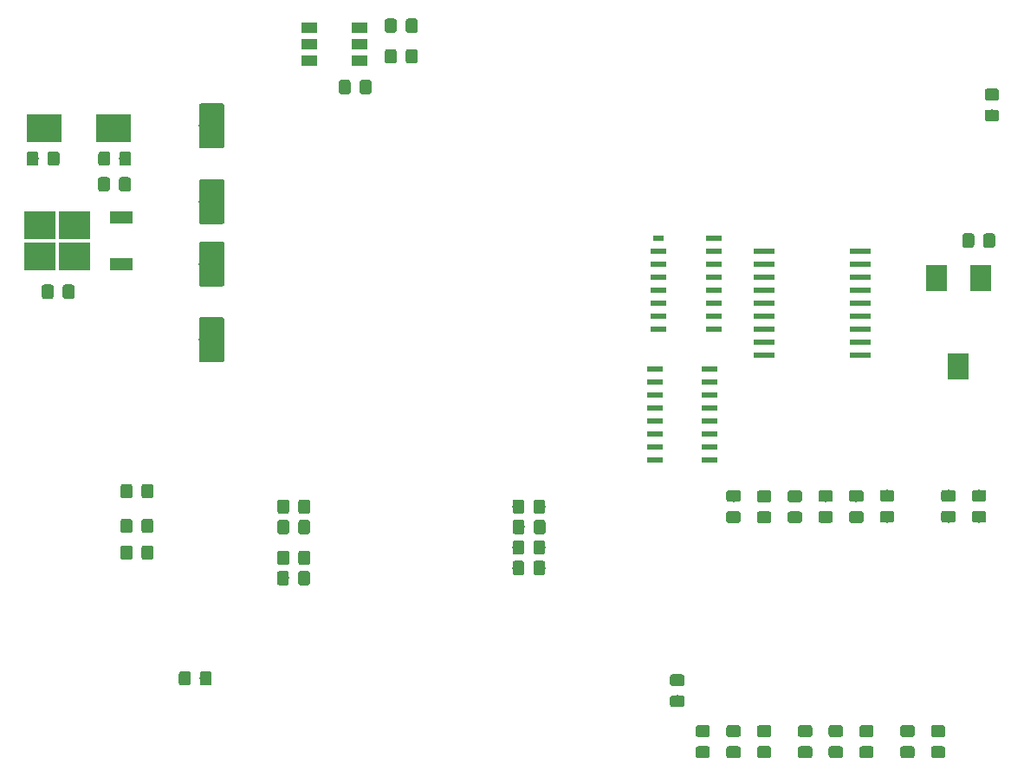
<source format=gbr>
G04 #@! TF.GenerationSoftware,KiCad,Pcbnew,5.0.2*
G04 #@! TF.CreationDate,2019-07-29T09:26:21-03:00*
G04 #@! TF.ProjectId,ShieldEduIfspSTM32,53686965-6c64-4456-9475-496673705354,rev?*
G04 #@! TF.SameCoordinates,Original*
G04 #@! TF.FileFunction,Paste,Top*
G04 #@! TF.FilePolarity,Positive*
%FSLAX46Y46*%
G04 Gerber Fmt 4.6, Leading zero omitted, Abs format (unit mm)*
G04 Created by KiCad (PCBNEW 5.0.2) date seg 29 jul 2019 09:26:21 -03*
%MOMM*%
%LPD*%
G01*
G04 APERTURE LIST*
%ADD10C,0.100000*%
%ADD11C,2.500000*%
%ADD12C,1.150000*%
%ADD13R,1.500000X1.000000*%
%ADD14R,2.000000X2.500000*%
%ADD15R,2.200000X1.200000*%
%ADD16R,3.050000X2.750000*%
%ADD17R,1.500000X0.600000*%
%ADD18R,1.000000X0.600000*%
%ADD19R,2.000000X0.600000*%
%ADD20R,3.500000X2.700000*%
G04 APERTURE END LIST*
D10*
G04 #@! TO.C,C1*
G36*
X124024504Y-50601204D02*
X124048773Y-50604804D01*
X124072571Y-50610765D01*
X124095671Y-50619030D01*
X124117849Y-50629520D01*
X124138893Y-50642133D01*
X124158598Y-50656747D01*
X124176777Y-50673223D01*
X124193253Y-50691402D01*
X124207867Y-50711107D01*
X124220480Y-50732151D01*
X124230970Y-50754329D01*
X124239235Y-50777429D01*
X124245196Y-50801227D01*
X124248796Y-50825496D01*
X124250000Y-50850000D01*
X124250000Y-54750000D01*
X124248796Y-54774504D01*
X124245196Y-54798773D01*
X124239235Y-54822571D01*
X124230970Y-54845671D01*
X124220480Y-54867849D01*
X124207867Y-54888893D01*
X124193253Y-54908598D01*
X124176777Y-54926777D01*
X124158598Y-54943253D01*
X124138893Y-54957867D01*
X124117849Y-54970480D01*
X124095671Y-54980970D01*
X124072571Y-54989235D01*
X124048773Y-54995196D01*
X124024504Y-54998796D01*
X124000000Y-55000000D01*
X122000000Y-55000000D01*
X121975496Y-54998796D01*
X121951227Y-54995196D01*
X121927429Y-54989235D01*
X121904329Y-54980970D01*
X121882151Y-54970480D01*
X121861107Y-54957867D01*
X121841402Y-54943253D01*
X121823223Y-54926777D01*
X121806747Y-54908598D01*
X121792133Y-54888893D01*
X121779520Y-54867849D01*
X121769030Y-54845671D01*
X121760765Y-54822571D01*
X121754804Y-54798773D01*
X121751204Y-54774504D01*
X121750000Y-54750000D01*
X121750000Y-50850000D01*
X121751204Y-50825496D01*
X121754804Y-50801227D01*
X121760765Y-50777429D01*
X121769030Y-50754329D01*
X121779520Y-50732151D01*
X121792133Y-50711107D01*
X121806747Y-50691402D01*
X121823223Y-50673223D01*
X121841402Y-50656747D01*
X121861107Y-50642133D01*
X121882151Y-50629520D01*
X121904329Y-50619030D01*
X121927429Y-50610765D01*
X121951227Y-50604804D01*
X121975496Y-50601204D01*
X122000000Y-50600000D01*
X124000000Y-50600000D01*
X124024504Y-50601204D01*
X124024504Y-50601204D01*
G37*
D11*
X123000000Y-52800000D03*
D10*
G36*
X124024504Y-58001204D02*
X124048773Y-58004804D01*
X124072571Y-58010765D01*
X124095671Y-58019030D01*
X124117849Y-58029520D01*
X124138893Y-58042133D01*
X124158598Y-58056747D01*
X124176777Y-58073223D01*
X124193253Y-58091402D01*
X124207867Y-58111107D01*
X124220480Y-58132151D01*
X124230970Y-58154329D01*
X124239235Y-58177429D01*
X124245196Y-58201227D01*
X124248796Y-58225496D01*
X124250000Y-58250000D01*
X124250000Y-62150000D01*
X124248796Y-62174504D01*
X124245196Y-62198773D01*
X124239235Y-62222571D01*
X124230970Y-62245671D01*
X124220480Y-62267849D01*
X124207867Y-62288893D01*
X124193253Y-62308598D01*
X124176777Y-62326777D01*
X124158598Y-62343253D01*
X124138893Y-62357867D01*
X124117849Y-62370480D01*
X124095671Y-62380970D01*
X124072571Y-62389235D01*
X124048773Y-62395196D01*
X124024504Y-62398796D01*
X124000000Y-62400000D01*
X122000000Y-62400000D01*
X121975496Y-62398796D01*
X121951227Y-62395196D01*
X121927429Y-62389235D01*
X121904329Y-62380970D01*
X121882151Y-62370480D01*
X121861107Y-62357867D01*
X121841402Y-62343253D01*
X121823223Y-62326777D01*
X121806747Y-62308598D01*
X121792133Y-62288893D01*
X121779520Y-62267849D01*
X121769030Y-62245671D01*
X121760765Y-62222571D01*
X121754804Y-62198773D01*
X121751204Y-62174504D01*
X121750000Y-62150000D01*
X121750000Y-58250000D01*
X121751204Y-58225496D01*
X121754804Y-58201227D01*
X121760765Y-58177429D01*
X121769030Y-58154329D01*
X121779520Y-58132151D01*
X121792133Y-58111107D01*
X121806747Y-58091402D01*
X121823223Y-58073223D01*
X121841402Y-58056747D01*
X121861107Y-58042133D01*
X121882151Y-58029520D01*
X121904329Y-58019030D01*
X121927429Y-58010765D01*
X121951227Y-58004804D01*
X121975496Y-58001204D01*
X122000000Y-58000000D01*
X124000000Y-58000000D01*
X124024504Y-58001204D01*
X124024504Y-58001204D01*
G37*
D11*
X123000000Y-60200000D03*
G04 #@! TD*
D10*
G04 #@! TO.C,C2*
G36*
X105849505Y-55301204D02*
X105873773Y-55304804D01*
X105897572Y-55310765D01*
X105920671Y-55319030D01*
X105942850Y-55329520D01*
X105963893Y-55342132D01*
X105983599Y-55356747D01*
X106001777Y-55373223D01*
X106018253Y-55391401D01*
X106032868Y-55411107D01*
X106045480Y-55432150D01*
X106055970Y-55454329D01*
X106064235Y-55477428D01*
X106070196Y-55501227D01*
X106073796Y-55525495D01*
X106075000Y-55549999D01*
X106075000Y-56450001D01*
X106073796Y-56474505D01*
X106070196Y-56498773D01*
X106064235Y-56522572D01*
X106055970Y-56545671D01*
X106045480Y-56567850D01*
X106032868Y-56588893D01*
X106018253Y-56608599D01*
X106001777Y-56626777D01*
X105983599Y-56643253D01*
X105963893Y-56657868D01*
X105942850Y-56670480D01*
X105920671Y-56680970D01*
X105897572Y-56689235D01*
X105873773Y-56695196D01*
X105849505Y-56698796D01*
X105825001Y-56700000D01*
X105174999Y-56700000D01*
X105150495Y-56698796D01*
X105126227Y-56695196D01*
X105102428Y-56689235D01*
X105079329Y-56680970D01*
X105057150Y-56670480D01*
X105036107Y-56657868D01*
X105016401Y-56643253D01*
X104998223Y-56626777D01*
X104981747Y-56608599D01*
X104967132Y-56588893D01*
X104954520Y-56567850D01*
X104944030Y-56545671D01*
X104935765Y-56522572D01*
X104929804Y-56498773D01*
X104926204Y-56474505D01*
X104925000Y-56450001D01*
X104925000Y-55549999D01*
X104926204Y-55525495D01*
X104929804Y-55501227D01*
X104935765Y-55477428D01*
X104944030Y-55454329D01*
X104954520Y-55432150D01*
X104967132Y-55411107D01*
X104981747Y-55391401D01*
X104998223Y-55373223D01*
X105016401Y-55356747D01*
X105036107Y-55342132D01*
X105057150Y-55329520D01*
X105079329Y-55319030D01*
X105102428Y-55310765D01*
X105126227Y-55304804D01*
X105150495Y-55301204D01*
X105174999Y-55300000D01*
X105825001Y-55300000D01*
X105849505Y-55301204D01*
X105849505Y-55301204D01*
G37*
D12*
X105500000Y-56000000D03*
D10*
G36*
X107899505Y-55301204D02*
X107923773Y-55304804D01*
X107947572Y-55310765D01*
X107970671Y-55319030D01*
X107992850Y-55329520D01*
X108013893Y-55342132D01*
X108033599Y-55356747D01*
X108051777Y-55373223D01*
X108068253Y-55391401D01*
X108082868Y-55411107D01*
X108095480Y-55432150D01*
X108105970Y-55454329D01*
X108114235Y-55477428D01*
X108120196Y-55501227D01*
X108123796Y-55525495D01*
X108125000Y-55549999D01*
X108125000Y-56450001D01*
X108123796Y-56474505D01*
X108120196Y-56498773D01*
X108114235Y-56522572D01*
X108105970Y-56545671D01*
X108095480Y-56567850D01*
X108082868Y-56588893D01*
X108068253Y-56608599D01*
X108051777Y-56626777D01*
X108033599Y-56643253D01*
X108013893Y-56657868D01*
X107992850Y-56670480D01*
X107970671Y-56680970D01*
X107947572Y-56689235D01*
X107923773Y-56695196D01*
X107899505Y-56698796D01*
X107875001Y-56700000D01*
X107224999Y-56700000D01*
X107200495Y-56698796D01*
X107176227Y-56695196D01*
X107152428Y-56689235D01*
X107129329Y-56680970D01*
X107107150Y-56670480D01*
X107086107Y-56657868D01*
X107066401Y-56643253D01*
X107048223Y-56626777D01*
X107031747Y-56608599D01*
X107017132Y-56588893D01*
X107004520Y-56567850D01*
X106994030Y-56545671D01*
X106985765Y-56522572D01*
X106979804Y-56498773D01*
X106976204Y-56474505D01*
X106975000Y-56450001D01*
X106975000Y-55549999D01*
X106976204Y-55525495D01*
X106979804Y-55501227D01*
X106985765Y-55477428D01*
X106994030Y-55454329D01*
X107004520Y-55432150D01*
X107017132Y-55411107D01*
X107031747Y-55391401D01*
X107048223Y-55373223D01*
X107066401Y-55356747D01*
X107086107Y-55342132D01*
X107107150Y-55329520D01*
X107129329Y-55319030D01*
X107152428Y-55310765D01*
X107176227Y-55304804D01*
X107200495Y-55301204D01*
X107224999Y-55300000D01*
X107875001Y-55300000D01*
X107899505Y-55301204D01*
X107899505Y-55301204D01*
G37*
D12*
X107550000Y-56000000D03*
G04 #@! TD*
D10*
G04 #@! TO.C,C3*
G36*
X107324505Y-68301204D02*
X107348773Y-68304804D01*
X107372572Y-68310765D01*
X107395671Y-68319030D01*
X107417850Y-68329520D01*
X107438893Y-68342132D01*
X107458599Y-68356747D01*
X107476777Y-68373223D01*
X107493253Y-68391401D01*
X107507868Y-68411107D01*
X107520480Y-68432150D01*
X107530970Y-68454329D01*
X107539235Y-68477428D01*
X107545196Y-68501227D01*
X107548796Y-68525495D01*
X107550000Y-68549999D01*
X107550000Y-69450001D01*
X107548796Y-69474505D01*
X107545196Y-69498773D01*
X107539235Y-69522572D01*
X107530970Y-69545671D01*
X107520480Y-69567850D01*
X107507868Y-69588893D01*
X107493253Y-69608599D01*
X107476777Y-69626777D01*
X107458599Y-69643253D01*
X107438893Y-69657868D01*
X107417850Y-69670480D01*
X107395671Y-69680970D01*
X107372572Y-69689235D01*
X107348773Y-69695196D01*
X107324505Y-69698796D01*
X107300001Y-69700000D01*
X106649999Y-69700000D01*
X106625495Y-69698796D01*
X106601227Y-69695196D01*
X106577428Y-69689235D01*
X106554329Y-69680970D01*
X106532150Y-69670480D01*
X106511107Y-69657868D01*
X106491401Y-69643253D01*
X106473223Y-69626777D01*
X106456747Y-69608599D01*
X106442132Y-69588893D01*
X106429520Y-69567850D01*
X106419030Y-69545671D01*
X106410765Y-69522572D01*
X106404804Y-69498773D01*
X106401204Y-69474505D01*
X106400000Y-69450001D01*
X106400000Y-68549999D01*
X106401204Y-68525495D01*
X106404804Y-68501227D01*
X106410765Y-68477428D01*
X106419030Y-68454329D01*
X106429520Y-68432150D01*
X106442132Y-68411107D01*
X106456747Y-68391401D01*
X106473223Y-68373223D01*
X106491401Y-68356747D01*
X106511107Y-68342132D01*
X106532150Y-68329520D01*
X106554329Y-68319030D01*
X106577428Y-68310765D01*
X106601227Y-68304804D01*
X106625495Y-68301204D01*
X106649999Y-68300000D01*
X107300001Y-68300000D01*
X107324505Y-68301204D01*
X107324505Y-68301204D01*
G37*
D12*
X106975000Y-69000000D03*
D10*
G36*
X109374505Y-68301204D02*
X109398773Y-68304804D01*
X109422572Y-68310765D01*
X109445671Y-68319030D01*
X109467850Y-68329520D01*
X109488893Y-68342132D01*
X109508599Y-68356747D01*
X109526777Y-68373223D01*
X109543253Y-68391401D01*
X109557868Y-68411107D01*
X109570480Y-68432150D01*
X109580970Y-68454329D01*
X109589235Y-68477428D01*
X109595196Y-68501227D01*
X109598796Y-68525495D01*
X109600000Y-68549999D01*
X109600000Y-69450001D01*
X109598796Y-69474505D01*
X109595196Y-69498773D01*
X109589235Y-69522572D01*
X109580970Y-69545671D01*
X109570480Y-69567850D01*
X109557868Y-69588893D01*
X109543253Y-69608599D01*
X109526777Y-69626777D01*
X109508599Y-69643253D01*
X109488893Y-69657868D01*
X109467850Y-69670480D01*
X109445671Y-69680970D01*
X109422572Y-69689235D01*
X109398773Y-69695196D01*
X109374505Y-69698796D01*
X109350001Y-69700000D01*
X108699999Y-69700000D01*
X108675495Y-69698796D01*
X108651227Y-69695196D01*
X108627428Y-69689235D01*
X108604329Y-69680970D01*
X108582150Y-69670480D01*
X108561107Y-69657868D01*
X108541401Y-69643253D01*
X108523223Y-69626777D01*
X108506747Y-69608599D01*
X108492132Y-69588893D01*
X108479520Y-69567850D01*
X108469030Y-69545671D01*
X108460765Y-69522572D01*
X108454804Y-69498773D01*
X108451204Y-69474505D01*
X108450000Y-69450001D01*
X108450000Y-68549999D01*
X108451204Y-68525495D01*
X108454804Y-68501227D01*
X108460765Y-68477428D01*
X108469030Y-68454329D01*
X108479520Y-68432150D01*
X108492132Y-68411107D01*
X108506747Y-68391401D01*
X108523223Y-68373223D01*
X108541401Y-68356747D01*
X108561107Y-68342132D01*
X108582150Y-68329520D01*
X108604329Y-68319030D01*
X108627428Y-68310765D01*
X108651227Y-68304804D01*
X108675495Y-68301204D01*
X108699999Y-68300000D01*
X109350001Y-68300000D01*
X109374505Y-68301204D01*
X109374505Y-68301204D01*
G37*
D12*
X109025000Y-69000000D03*
G04 #@! TD*
D10*
G04 #@! TO.C,C5*
G36*
X114899505Y-55301204D02*
X114923773Y-55304804D01*
X114947572Y-55310765D01*
X114970671Y-55319030D01*
X114992850Y-55329520D01*
X115013893Y-55342132D01*
X115033599Y-55356747D01*
X115051777Y-55373223D01*
X115068253Y-55391401D01*
X115082868Y-55411107D01*
X115095480Y-55432150D01*
X115105970Y-55454329D01*
X115114235Y-55477428D01*
X115120196Y-55501227D01*
X115123796Y-55525495D01*
X115125000Y-55549999D01*
X115125000Y-56450001D01*
X115123796Y-56474505D01*
X115120196Y-56498773D01*
X115114235Y-56522572D01*
X115105970Y-56545671D01*
X115095480Y-56567850D01*
X115082868Y-56588893D01*
X115068253Y-56608599D01*
X115051777Y-56626777D01*
X115033599Y-56643253D01*
X115013893Y-56657868D01*
X114992850Y-56670480D01*
X114970671Y-56680970D01*
X114947572Y-56689235D01*
X114923773Y-56695196D01*
X114899505Y-56698796D01*
X114875001Y-56700000D01*
X114224999Y-56700000D01*
X114200495Y-56698796D01*
X114176227Y-56695196D01*
X114152428Y-56689235D01*
X114129329Y-56680970D01*
X114107150Y-56670480D01*
X114086107Y-56657868D01*
X114066401Y-56643253D01*
X114048223Y-56626777D01*
X114031747Y-56608599D01*
X114017132Y-56588893D01*
X114004520Y-56567850D01*
X113994030Y-56545671D01*
X113985765Y-56522572D01*
X113979804Y-56498773D01*
X113976204Y-56474505D01*
X113975000Y-56450001D01*
X113975000Y-55549999D01*
X113976204Y-55525495D01*
X113979804Y-55501227D01*
X113985765Y-55477428D01*
X113994030Y-55454329D01*
X114004520Y-55432150D01*
X114017132Y-55411107D01*
X114031747Y-55391401D01*
X114048223Y-55373223D01*
X114066401Y-55356747D01*
X114086107Y-55342132D01*
X114107150Y-55329520D01*
X114129329Y-55319030D01*
X114152428Y-55310765D01*
X114176227Y-55304804D01*
X114200495Y-55301204D01*
X114224999Y-55300000D01*
X114875001Y-55300000D01*
X114899505Y-55301204D01*
X114899505Y-55301204D01*
G37*
D12*
X114550000Y-56000000D03*
D10*
G36*
X112849505Y-55301204D02*
X112873773Y-55304804D01*
X112897572Y-55310765D01*
X112920671Y-55319030D01*
X112942850Y-55329520D01*
X112963893Y-55342132D01*
X112983599Y-55356747D01*
X113001777Y-55373223D01*
X113018253Y-55391401D01*
X113032868Y-55411107D01*
X113045480Y-55432150D01*
X113055970Y-55454329D01*
X113064235Y-55477428D01*
X113070196Y-55501227D01*
X113073796Y-55525495D01*
X113075000Y-55549999D01*
X113075000Y-56450001D01*
X113073796Y-56474505D01*
X113070196Y-56498773D01*
X113064235Y-56522572D01*
X113055970Y-56545671D01*
X113045480Y-56567850D01*
X113032868Y-56588893D01*
X113018253Y-56608599D01*
X113001777Y-56626777D01*
X112983599Y-56643253D01*
X112963893Y-56657868D01*
X112942850Y-56670480D01*
X112920671Y-56680970D01*
X112897572Y-56689235D01*
X112873773Y-56695196D01*
X112849505Y-56698796D01*
X112825001Y-56700000D01*
X112174999Y-56700000D01*
X112150495Y-56698796D01*
X112126227Y-56695196D01*
X112102428Y-56689235D01*
X112079329Y-56680970D01*
X112057150Y-56670480D01*
X112036107Y-56657868D01*
X112016401Y-56643253D01*
X111998223Y-56626777D01*
X111981747Y-56608599D01*
X111967132Y-56588893D01*
X111954520Y-56567850D01*
X111944030Y-56545671D01*
X111935765Y-56522572D01*
X111929804Y-56498773D01*
X111926204Y-56474505D01*
X111925000Y-56450001D01*
X111925000Y-55549999D01*
X111926204Y-55525495D01*
X111929804Y-55501227D01*
X111935765Y-55477428D01*
X111944030Y-55454329D01*
X111954520Y-55432150D01*
X111967132Y-55411107D01*
X111981747Y-55391401D01*
X111998223Y-55373223D01*
X112016401Y-55356747D01*
X112036107Y-55342132D01*
X112057150Y-55329520D01*
X112079329Y-55319030D01*
X112102428Y-55310765D01*
X112126227Y-55304804D01*
X112150495Y-55301204D01*
X112174999Y-55300000D01*
X112825001Y-55300000D01*
X112849505Y-55301204D01*
X112849505Y-55301204D01*
G37*
D12*
X112500000Y-56000000D03*
G04 #@! TD*
D10*
G04 #@! TO.C,C6*
G36*
X112824505Y-57801204D02*
X112848773Y-57804804D01*
X112872572Y-57810765D01*
X112895671Y-57819030D01*
X112917850Y-57829520D01*
X112938893Y-57842132D01*
X112958599Y-57856747D01*
X112976777Y-57873223D01*
X112993253Y-57891401D01*
X113007868Y-57911107D01*
X113020480Y-57932150D01*
X113030970Y-57954329D01*
X113039235Y-57977428D01*
X113045196Y-58001227D01*
X113048796Y-58025495D01*
X113050000Y-58049999D01*
X113050000Y-58950001D01*
X113048796Y-58974505D01*
X113045196Y-58998773D01*
X113039235Y-59022572D01*
X113030970Y-59045671D01*
X113020480Y-59067850D01*
X113007868Y-59088893D01*
X112993253Y-59108599D01*
X112976777Y-59126777D01*
X112958599Y-59143253D01*
X112938893Y-59157868D01*
X112917850Y-59170480D01*
X112895671Y-59180970D01*
X112872572Y-59189235D01*
X112848773Y-59195196D01*
X112824505Y-59198796D01*
X112800001Y-59200000D01*
X112149999Y-59200000D01*
X112125495Y-59198796D01*
X112101227Y-59195196D01*
X112077428Y-59189235D01*
X112054329Y-59180970D01*
X112032150Y-59170480D01*
X112011107Y-59157868D01*
X111991401Y-59143253D01*
X111973223Y-59126777D01*
X111956747Y-59108599D01*
X111942132Y-59088893D01*
X111929520Y-59067850D01*
X111919030Y-59045671D01*
X111910765Y-59022572D01*
X111904804Y-58998773D01*
X111901204Y-58974505D01*
X111900000Y-58950001D01*
X111900000Y-58049999D01*
X111901204Y-58025495D01*
X111904804Y-58001227D01*
X111910765Y-57977428D01*
X111919030Y-57954329D01*
X111929520Y-57932150D01*
X111942132Y-57911107D01*
X111956747Y-57891401D01*
X111973223Y-57873223D01*
X111991401Y-57856747D01*
X112011107Y-57842132D01*
X112032150Y-57829520D01*
X112054329Y-57819030D01*
X112077428Y-57810765D01*
X112101227Y-57804804D01*
X112125495Y-57801204D01*
X112149999Y-57800000D01*
X112800001Y-57800000D01*
X112824505Y-57801204D01*
X112824505Y-57801204D01*
G37*
D12*
X112475000Y-58500000D03*
D10*
G36*
X114874505Y-57801204D02*
X114898773Y-57804804D01*
X114922572Y-57810765D01*
X114945671Y-57819030D01*
X114967850Y-57829520D01*
X114988893Y-57842132D01*
X115008599Y-57856747D01*
X115026777Y-57873223D01*
X115043253Y-57891401D01*
X115057868Y-57911107D01*
X115070480Y-57932150D01*
X115080970Y-57954329D01*
X115089235Y-57977428D01*
X115095196Y-58001227D01*
X115098796Y-58025495D01*
X115100000Y-58049999D01*
X115100000Y-58950001D01*
X115098796Y-58974505D01*
X115095196Y-58998773D01*
X115089235Y-59022572D01*
X115080970Y-59045671D01*
X115070480Y-59067850D01*
X115057868Y-59088893D01*
X115043253Y-59108599D01*
X115026777Y-59126777D01*
X115008599Y-59143253D01*
X114988893Y-59157868D01*
X114967850Y-59170480D01*
X114945671Y-59180970D01*
X114922572Y-59189235D01*
X114898773Y-59195196D01*
X114874505Y-59198796D01*
X114850001Y-59200000D01*
X114199999Y-59200000D01*
X114175495Y-59198796D01*
X114151227Y-59195196D01*
X114127428Y-59189235D01*
X114104329Y-59180970D01*
X114082150Y-59170480D01*
X114061107Y-59157868D01*
X114041401Y-59143253D01*
X114023223Y-59126777D01*
X114006747Y-59108599D01*
X113992132Y-59088893D01*
X113979520Y-59067850D01*
X113969030Y-59045671D01*
X113960765Y-59022572D01*
X113954804Y-58998773D01*
X113951204Y-58974505D01*
X113950000Y-58950001D01*
X113950000Y-58049999D01*
X113951204Y-58025495D01*
X113954804Y-58001227D01*
X113960765Y-57977428D01*
X113969030Y-57954329D01*
X113979520Y-57932150D01*
X113992132Y-57911107D01*
X114006747Y-57891401D01*
X114023223Y-57873223D01*
X114041401Y-57856747D01*
X114061107Y-57842132D01*
X114082150Y-57829520D01*
X114104329Y-57819030D01*
X114127428Y-57810765D01*
X114151227Y-57804804D01*
X114175495Y-57801204D01*
X114199999Y-57800000D01*
X114850001Y-57800000D01*
X114874505Y-57801204D01*
X114874505Y-57801204D01*
G37*
D12*
X114525000Y-58500000D03*
G04 #@! TD*
D10*
G04 #@! TO.C,C7*
G36*
X124024504Y-64101204D02*
X124048773Y-64104804D01*
X124072571Y-64110765D01*
X124095671Y-64119030D01*
X124117849Y-64129520D01*
X124138893Y-64142133D01*
X124158598Y-64156747D01*
X124176777Y-64173223D01*
X124193253Y-64191402D01*
X124207867Y-64211107D01*
X124220480Y-64232151D01*
X124230970Y-64254329D01*
X124239235Y-64277429D01*
X124245196Y-64301227D01*
X124248796Y-64325496D01*
X124250000Y-64350000D01*
X124250000Y-68250000D01*
X124248796Y-68274504D01*
X124245196Y-68298773D01*
X124239235Y-68322571D01*
X124230970Y-68345671D01*
X124220480Y-68367849D01*
X124207867Y-68388893D01*
X124193253Y-68408598D01*
X124176777Y-68426777D01*
X124158598Y-68443253D01*
X124138893Y-68457867D01*
X124117849Y-68470480D01*
X124095671Y-68480970D01*
X124072571Y-68489235D01*
X124048773Y-68495196D01*
X124024504Y-68498796D01*
X124000000Y-68500000D01*
X122000000Y-68500000D01*
X121975496Y-68498796D01*
X121951227Y-68495196D01*
X121927429Y-68489235D01*
X121904329Y-68480970D01*
X121882151Y-68470480D01*
X121861107Y-68457867D01*
X121841402Y-68443253D01*
X121823223Y-68426777D01*
X121806747Y-68408598D01*
X121792133Y-68388893D01*
X121779520Y-68367849D01*
X121769030Y-68345671D01*
X121760765Y-68322571D01*
X121754804Y-68298773D01*
X121751204Y-68274504D01*
X121750000Y-68250000D01*
X121750000Y-64350000D01*
X121751204Y-64325496D01*
X121754804Y-64301227D01*
X121760765Y-64277429D01*
X121769030Y-64254329D01*
X121779520Y-64232151D01*
X121792133Y-64211107D01*
X121806747Y-64191402D01*
X121823223Y-64173223D01*
X121841402Y-64156747D01*
X121861107Y-64142133D01*
X121882151Y-64129520D01*
X121904329Y-64119030D01*
X121927429Y-64110765D01*
X121951227Y-64104804D01*
X121975496Y-64101204D01*
X122000000Y-64100000D01*
X124000000Y-64100000D01*
X124024504Y-64101204D01*
X124024504Y-64101204D01*
G37*
D11*
X123000000Y-66300000D03*
D10*
G36*
X124024504Y-71501204D02*
X124048773Y-71504804D01*
X124072571Y-71510765D01*
X124095671Y-71519030D01*
X124117849Y-71529520D01*
X124138893Y-71542133D01*
X124158598Y-71556747D01*
X124176777Y-71573223D01*
X124193253Y-71591402D01*
X124207867Y-71611107D01*
X124220480Y-71632151D01*
X124230970Y-71654329D01*
X124239235Y-71677429D01*
X124245196Y-71701227D01*
X124248796Y-71725496D01*
X124250000Y-71750000D01*
X124250000Y-75650000D01*
X124248796Y-75674504D01*
X124245196Y-75698773D01*
X124239235Y-75722571D01*
X124230970Y-75745671D01*
X124220480Y-75767849D01*
X124207867Y-75788893D01*
X124193253Y-75808598D01*
X124176777Y-75826777D01*
X124158598Y-75843253D01*
X124138893Y-75857867D01*
X124117849Y-75870480D01*
X124095671Y-75880970D01*
X124072571Y-75889235D01*
X124048773Y-75895196D01*
X124024504Y-75898796D01*
X124000000Y-75900000D01*
X122000000Y-75900000D01*
X121975496Y-75898796D01*
X121951227Y-75895196D01*
X121927429Y-75889235D01*
X121904329Y-75880970D01*
X121882151Y-75870480D01*
X121861107Y-75857867D01*
X121841402Y-75843253D01*
X121823223Y-75826777D01*
X121806747Y-75808598D01*
X121792133Y-75788893D01*
X121779520Y-75767849D01*
X121769030Y-75745671D01*
X121760765Y-75722571D01*
X121754804Y-75698773D01*
X121751204Y-75674504D01*
X121750000Y-75650000D01*
X121750000Y-71750000D01*
X121751204Y-71725496D01*
X121754804Y-71701227D01*
X121760765Y-71677429D01*
X121769030Y-71654329D01*
X121779520Y-71632151D01*
X121792133Y-71611107D01*
X121806747Y-71591402D01*
X121823223Y-71573223D01*
X121841402Y-71556747D01*
X121861107Y-71542133D01*
X121882151Y-71529520D01*
X121904329Y-71519030D01*
X121927429Y-71510765D01*
X121951227Y-71504804D01*
X121975496Y-71501204D01*
X122000000Y-71500000D01*
X124000000Y-71500000D01*
X124024504Y-71501204D01*
X124024504Y-71501204D01*
G37*
D11*
X123000000Y-73700000D03*
G04 #@! TD*
D13*
G04 #@! TO.C,D5*
X137450000Y-46400000D03*
X137450000Y-44800000D03*
X137450000Y-43200000D03*
X132550000Y-46400000D03*
X132550000Y-44800000D03*
X132550000Y-43200000D03*
G04 #@! TD*
D10*
G04 #@! TO.C,D6*
G36*
X171474505Y-113426204D02*
X171498773Y-113429804D01*
X171522572Y-113435765D01*
X171545671Y-113444030D01*
X171567850Y-113454520D01*
X171588893Y-113467132D01*
X171608599Y-113481747D01*
X171626777Y-113498223D01*
X171643253Y-113516401D01*
X171657868Y-113536107D01*
X171670480Y-113557150D01*
X171680970Y-113579329D01*
X171689235Y-113602428D01*
X171695196Y-113626227D01*
X171698796Y-113650495D01*
X171700000Y-113674999D01*
X171700000Y-114325001D01*
X171698796Y-114349505D01*
X171695196Y-114373773D01*
X171689235Y-114397572D01*
X171680970Y-114420671D01*
X171670480Y-114442850D01*
X171657868Y-114463893D01*
X171643253Y-114483599D01*
X171626777Y-114501777D01*
X171608599Y-114518253D01*
X171588893Y-114532868D01*
X171567850Y-114545480D01*
X171545671Y-114555970D01*
X171522572Y-114564235D01*
X171498773Y-114570196D01*
X171474505Y-114573796D01*
X171450001Y-114575000D01*
X170549999Y-114575000D01*
X170525495Y-114573796D01*
X170501227Y-114570196D01*
X170477428Y-114564235D01*
X170454329Y-114555970D01*
X170432150Y-114545480D01*
X170411107Y-114532868D01*
X170391401Y-114518253D01*
X170373223Y-114501777D01*
X170356747Y-114483599D01*
X170342132Y-114463893D01*
X170329520Y-114442850D01*
X170319030Y-114420671D01*
X170310765Y-114397572D01*
X170304804Y-114373773D01*
X170301204Y-114349505D01*
X170300000Y-114325001D01*
X170300000Y-113674999D01*
X170301204Y-113650495D01*
X170304804Y-113626227D01*
X170310765Y-113602428D01*
X170319030Y-113579329D01*
X170329520Y-113557150D01*
X170342132Y-113536107D01*
X170356747Y-113516401D01*
X170373223Y-113498223D01*
X170391401Y-113481747D01*
X170411107Y-113467132D01*
X170432150Y-113454520D01*
X170454329Y-113444030D01*
X170477428Y-113435765D01*
X170501227Y-113429804D01*
X170525495Y-113426204D01*
X170549999Y-113425000D01*
X171450001Y-113425000D01*
X171474505Y-113426204D01*
X171474505Y-113426204D01*
G37*
D12*
X171000000Y-114000000D03*
D10*
G36*
X171474505Y-111376204D02*
X171498773Y-111379804D01*
X171522572Y-111385765D01*
X171545671Y-111394030D01*
X171567850Y-111404520D01*
X171588893Y-111417132D01*
X171608599Y-111431747D01*
X171626777Y-111448223D01*
X171643253Y-111466401D01*
X171657868Y-111486107D01*
X171670480Y-111507150D01*
X171680970Y-111529329D01*
X171689235Y-111552428D01*
X171695196Y-111576227D01*
X171698796Y-111600495D01*
X171700000Y-111624999D01*
X171700000Y-112275001D01*
X171698796Y-112299505D01*
X171695196Y-112323773D01*
X171689235Y-112347572D01*
X171680970Y-112370671D01*
X171670480Y-112392850D01*
X171657868Y-112413893D01*
X171643253Y-112433599D01*
X171626777Y-112451777D01*
X171608599Y-112468253D01*
X171588893Y-112482868D01*
X171567850Y-112495480D01*
X171545671Y-112505970D01*
X171522572Y-112514235D01*
X171498773Y-112520196D01*
X171474505Y-112523796D01*
X171450001Y-112525000D01*
X170549999Y-112525000D01*
X170525495Y-112523796D01*
X170501227Y-112520196D01*
X170477428Y-112514235D01*
X170454329Y-112505970D01*
X170432150Y-112495480D01*
X170411107Y-112482868D01*
X170391401Y-112468253D01*
X170373223Y-112451777D01*
X170356747Y-112433599D01*
X170342132Y-112413893D01*
X170329520Y-112392850D01*
X170319030Y-112370671D01*
X170310765Y-112347572D01*
X170304804Y-112323773D01*
X170301204Y-112299505D01*
X170300000Y-112275001D01*
X170300000Y-111624999D01*
X170301204Y-111600495D01*
X170304804Y-111576227D01*
X170310765Y-111552428D01*
X170319030Y-111529329D01*
X170329520Y-111507150D01*
X170342132Y-111486107D01*
X170356747Y-111466401D01*
X170373223Y-111448223D01*
X170391401Y-111431747D01*
X170411107Y-111417132D01*
X170432150Y-111404520D01*
X170454329Y-111394030D01*
X170477428Y-111385765D01*
X170501227Y-111379804D01*
X170525495Y-111376204D01*
X170549999Y-111375000D01*
X171450001Y-111375000D01*
X171474505Y-111376204D01*
X171474505Y-111376204D01*
G37*
D12*
X171000000Y-111950000D03*
G04 #@! TD*
D10*
G04 #@! TO.C,D7*
G36*
X174474505Y-111376204D02*
X174498773Y-111379804D01*
X174522572Y-111385765D01*
X174545671Y-111394030D01*
X174567850Y-111404520D01*
X174588893Y-111417132D01*
X174608599Y-111431747D01*
X174626777Y-111448223D01*
X174643253Y-111466401D01*
X174657868Y-111486107D01*
X174670480Y-111507150D01*
X174680970Y-111529329D01*
X174689235Y-111552428D01*
X174695196Y-111576227D01*
X174698796Y-111600495D01*
X174700000Y-111624999D01*
X174700000Y-112275001D01*
X174698796Y-112299505D01*
X174695196Y-112323773D01*
X174689235Y-112347572D01*
X174680970Y-112370671D01*
X174670480Y-112392850D01*
X174657868Y-112413893D01*
X174643253Y-112433599D01*
X174626777Y-112451777D01*
X174608599Y-112468253D01*
X174588893Y-112482868D01*
X174567850Y-112495480D01*
X174545671Y-112505970D01*
X174522572Y-112514235D01*
X174498773Y-112520196D01*
X174474505Y-112523796D01*
X174450001Y-112525000D01*
X173549999Y-112525000D01*
X173525495Y-112523796D01*
X173501227Y-112520196D01*
X173477428Y-112514235D01*
X173454329Y-112505970D01*
X173432150Y-112495480D01*
X173411107Y-112482868D01*
X173391401Y-112468253D01*
X173373223Y-112451777D01*
X173356747Y-112433599D01*
X173342132Y-112413893D01*
X173329520Y-112392850D01*
X173319030Y-112370671D01*
X173310765Y-112347572D01*
X173304804Y-112323773D01*
X173301204Y-112299505D01*
X173300000Y-112275001D01*
X173300000Y-111624999D01*
X173301204Y-111600495D01*
X173304804Y-111576227D01*
X173310765Y-111552428D01*
X173319030Y-111529329D01*
X173329520Y-111507150D01*
X173342132Y-111486107D01*
X173356747Y-111466401D01*
X173373223Y-111448223D01*
X173391401Y-111431747D01*
X173411107Y-111417132D01*
X173432150Y-111404520D01*
X173454329Y-111394030D01*
X173477428Y-111385765D01*
X173501227Y-111379804D01*
X173525495Y-111376204D01*
X173549999Y-111375000D01*
X174450001Y-111375000D01*
X174474505Y-111376204D01*
X174474505Y-111376204D01*
G37*
D12*
X174000000Y-111950000D03*
D10*
G36*
X174474505Y-113426204D02*
X174498773Y-113429804D01*
X174522572Y-113435765D01*
X174545671Y-113444030D01*
X174567850Y-113454520D01*
X174588893Y-113467132D01*
X174608599Y-113481747D01*
X174626777Y-113498223D01*
X174643253Y-113516401D01*
X174657868Y-113536107D01*
X174670480Y-113557150D01*
X174680970Y-113579329D01*
X174689235Y-113602428D01*
X174695196Y-113626227D01*
X174698796Y-113650495D01*
X174700000Y-113674999D01*
X174700000Y-114325001D01*
X174698796Y-114349505D01*
X174695196Y-114373773D01*
X174689235Y-114397572D01*
X174680970Y-114420671D01*
X174670480Y-114442850D01*
X174657868Y-114463893D01*
X174643253Y-114483599D01*
X174626777Y-114501777D01*
X174608599Y-114518253D01*
X174588893Y-114532868D01*
X174567850Y-114545480D01*
X174545671Y-114555970D01*
X174522572Y-114564235D01*
X174498773Y-114570196D01*
X174474505Y-114573796D01*
X174450001Y-114575000D01*
X173549999Y-114575000D01*
X173525495Y-114573796D01*
X173501227Y-114570196D01*
X173477428Y-114564235D01*
X173454329Y-114555970D01*
X173432150Y-114545480D01*
X173411107Y-114532868D01*
X173391401Y-114518253D01*
X173373223Y-114501777D01*
X173356747Y-114483599D01*
X173342132Y-114463893D01*
X173329520Y-114442850D01*
X173319030Y-114420671D01*
X173310765Y-114397572D01*
X173304804Y-114373773D01*
X173301204Y-114349505D01*
X173300000Y-114325001D01*
X173300000Y-113674999D01*
X173301204Y-113650495D01*
X173304804Y-113626227D01*
X173310765Y-113602428D01*
X173319030Y-113579329D01*
X173329520Y-113557150D01*
X173342132Y-113536107D01*
X173356747Y-113516401D01*
X173373223Y-113498223D01*
X173391401Y-113481747D01*
X173411107Y-113467132D01*
X173432150Y-113454520D01*
X173454329Y-113444030D01*
X173477428Y-113435765D01*
X173501227Y-113429804D01*
X173525495Y-113426204D01*
X173549999Y-113425000D01*
X174450001Y-113425000D01*
X174474505Y-113426204D01*
X174474505Y-113426204D01*
G37*
D12*
X174000000Y-114000000D03*
G04 #@! TD*
D10*
G04 #@! TO.C,D8*
G36*
X177474505Y-113426204D02*
X177498773Y-113429804D01*
X177522572Y-113435765D01*
X177545671Y-113444030D01*
X177567850Y-113454520D01*
X177588893Y-113467132D01*
X177608599Y-113481747D01*
X177626777Y-113498223D01*
X177643253Y-113516401D01*
X177657868Y-113536107D01*
X177670480Y-113557150D01*
X177680970Y-113579329D01*
X177689235Y-113602428D01*
X177695196Y-113626227D01*
X177698796Y-113650495D01*
X177700000Y-113674999D01*
X177700000Y-114325001D01*
X177698796Y-114349505D01*
X177695196Y-114373773D01*
X177689235Y-114397572D01*
X177680970Y-114420671D01*
X177670480Y-114442850D01*
X177657868Y-114463893D01*
X177643253Y-114483599D01*
X177626777Y-114501777D01*
X177608599Y-114518253D01*
X177588893Y-114532868D01*
X177567850Y-114545480D01*
X177545671Y-114555970D01*
X177522572Y-114564235D01*
X177498773Y-114570196D01*
X177474505Y-114573796D01*
X177450001Y-114575000D01*
X176549999Y-114575000D01*
X176525495Y-114573796D01*
X176501227Y-114570196D01*
X176477428Y-114564235D01*
X176454329Y-114555970D01*
X176432150Y-114545480D01*
X176411107Y-114532868D01*
X176391401Y-114518253D01*
X176373223Y-114501777D01*
X176356747Y-114483599D01*
X176342132Y-114463893D01*
X176329520Y-114442850D01*
X176319030Y-114420671D01*
X176310765Y-114397572D01*
X176304804Y-114373773D01*
X176301204Y-114349505D01*
X176300000Y-114325001D01*
X176300000Y-113674999D01*
X176301204Y-113650495D01*
X176304804Y-113626227D01*
X176310765Y-113602428D01*
X176319030Y-113579329D01*
X176329520Y-113557150D01*
X176342132Y-113536107D01*
X176356747Y-113516401D01*
X176373223Y-113498223D01*
X176391401Y-113481747D01*
X176411107Y-113467132D01*
X176432150Y-113454520D01*
X176454329Y-113444030D01*
X176477428Y-113435765D01*
X176501227Y-113429804D01*
X176525495Y-113426204D01*
X176549999Y-113425000D01*
X177450001Y-113425000D01*
X177474505Y-113426204D01*
X177474505Y-113426204D01*
G37*
D12*
X177000000Y-114000000D03*
D10*
G36*
X177474505Y-111376204D02*
X177498773Y-111379804D01*
X177522572Y-111385765D01*
X177545671Y-111394030D01*
X177567850Y-111404520D01*
X177588893Y-111417132D01*
X177608599Y-111431747D01*
X177626777Y-111448223D01*
X177643253Y-111466401D01*
X177657868Y-111486107D01*
X177670480Y-111507150D01*
X177680970Y-111529329D01*
X177689235Y-111552428D01*
X177695196Y-111576227D01*
X177698796Y-111600495D01*
X177700000Y-111624999D01*
X177700000Y-112275001D01*
X177698796Y-112299505D01*
X177695196Y-112323773D01*
X177689235Y-112347572D01*
X177680970Y-112370671D01*
X177670480Y-112392850D01*
X177657868Y-112413893D01*
X177643253Y-112433599D01*
X177626777Y-112451777D01*
X177608599Y-112468253D01*
X177588893Y-112482868D01*
X177567850Y-112495480D01*
X177545671Y-112505970D01*
X177522572Y-112514235D01*
X177498773Y-112520196D01*
X177474505Y-112523796D01*
X177450001Y-112525000D01*
X176549999Y-112525000D01*
X176525495Y-112523796D01*
X176501227Y-112520196D01*
X176477428Y-112514235D01*
X176454329Y-112505970D01*
X176432150Y-112495480D01*
X176411107Y-112482868D01*
X176391401Y-112468253D01*
X176373223Y-112451777D01*
X176356747Y-112433599D01*
X176342132Y-112413893D01*
X176329520Y-112392850D01*
X176319030Y-112370671D01*
X176310765Y-112347572D01*
X176304804Y-112323773D01*
X176301204Y-112299505D01*
X176300000Y-112275001D01*
X176300000Y-111624999D01*
X176301204Y-111600495D01*
X176304804Y-111576227D01*
X176310765Y-111552428D01*
X176319030Y-111529329D01*
X176329520Y-111507150D01*
X176342132Y-111486107D01*
X176356747Y-111466401D01*
X176373223Y-111448223D01*
X176391401Y-111431747D01*
X176411107Y-111417132D01*
X176432150Y-111404520D01*
X176454329Y-111394030D01*
X176477428Y-111385765D01*
X176501227Y-111379804D01*
X176525495Y-111376204D01*
X176549999Y-111375000D01*
X177450001Y-111375000D01*
X177474505Y-111376204D01*
X177474505Y-111376204D01*
G37*
D12*
X177000000Y-111950000D03*
G04 #@! TD*
D10*
G04 #@! TO.C,D9*
G36*
X181474505Y-111376204D02*
X181498773Y-111379804D01*
X181522572Y-111385765D01*
X181545671Y-111394030D01*
X181567850Y-111404520D01*
X181588893Y-111417132D01*
X181608599Y-111431747D01*
X181626777Y-111448223D01*
X181643253Y-111466401D01*
X181657868Y-111486107D01*
X181670480Y-111507150D01*
X181680970Y-111529329D01*
X181689235Y-111552428D01*
X181695196Y-111576227D01*
X181698796Y-111600495D01*
X181700000Y-111624999D01*
X181700000Y-112275001D01*
X181698796Y-112299505D01*
X181695196Y-112323773D01*
X181689235Y-112347572D01*
X181680970Y-112370671D01*
X181670480Y-112392850D01*
X181657868Y-112413893D01*
X181643253Y-112433599D01*
X181626777Y-112451777D01*
X181608599Y-112468253D01*
X181588893Y-112482868D01*
X181567850Y-112495480D01*
X181545671Y-112505970D01*
X181522572Y-112514235D01*
X181498773Y-112520196D01*
X181474505Y-112523796D01*
X181450001Y-112525000D01*
X180549999Y-112525000D01*
X180525495Y-112523796D01*
X180501227Y-112520196D01*
X180477428Y-112514235D01*
X180454329Y-112505970D01*
X180432150Y-112495480D01*
X180411107Y-112482868D01*
X180391401Y-112468253D01*
X180373223Y-112451777D01*
X180356747Y-112433599D01*
X180342132Y-112413893D01*
X180329520Y-112392850D01*
X180319030Y-112370671D01*
X180310765Y-112347572D01*
X180304804Y-112323773D01*
X180301204Y-112299505D01*
X180300000Y-112275001D01*
X180300000Y-111624999D01*
X180301204Y-111600495D01*
X180304804Y-111576227D01*
X180310765Y-111552428D01*
X180319030Y-111529329D01*
X180329520Y-111507150D01*
X180342132Y-111486107D01*
X180356747Y-111466401D01*
X180373223Y-111448223D01*
X180391401Y-111431747D01*
X180411107Y-111417132D01*
X180432150Y-111404520D01*
X180454329Y-111394030D01*
X180477428Y-111385765D01*
X180501227Y-111379804D01*
X180525495Y-111376204D01*
X180549999Y-111375000D01*
X181450001Y-111375000D01*
X181474505Y-111376204D01*
X181474505Y-111376204D01*
G37*
D12*
X181000000Y-111950000D03*
D10*
G36*
X181474505Y-113426204D02*
X181498773Y-113429804D01*
X181522572Y-113435765D01*
X181545671Y-113444030D01*
X181567850Y-113454520D01*
X181588893Y-113467132D01*
X181608599Y-113481747D01*
X181626777Y-113498223D01*
X181643253Y-113516401D01*
X181657868Y-113536107D01*
X181670480Y-113557150D01*
X181680970Y-113579329D01*
X181689235Y-113602428D01*
X181695196Y-113626227D01*
X181698796Y-113650495D01*
X181700000Y-113674999D01*
X181700000Y-114325001D01*
X181698796Y-114349505D01*
X181695196Y-114373773D01*
X181689235Y-114397572D01*
X181680970Y-114420671D01*
X181670480Y-114442850D01*
X181657868Y-114463893D01*
X181643253Y-114483599D01*
X181626777Y-114501777D01*
X181608599Y-114518253D01*
X181588893Y-114532868D01*
X181567850Y-114545480D01*
X181545671Y-114555970D01*
X181522572Y-114564235D01*
X181498773Y-114570196D01*
X181474505Y-114573796D01*
X181450001Y-114575000D01*
X180549999Y-114575000D01*
X180525495Y-114573796D01*
X180501227Y-114570196D01*
X180477428Y-114564235D01*
X180454329Y-114555970D01*
X180432150Y-114545480D01*
X180411107Y-114532868D01*
X180391401Y-114518253D01*
X180373223Y-114501777D01*
X180356747Y-114483599D01*
X180342132Y-114463893D01*
X180329520Y-114442850D01*
X180319030Y-114420671D01*
X180310765Y-114397572D01*
X180304804Y-114373773D01*
X180301204Y-114349505D01*
X180300000Y-114325001D01*
X180300000Y-113674999D01*
X180301204Y-113650495D01*
X180304804Y-113626227D01*
X180310765Y-113602428D01*
X180319030Y-113579329D01*
X180329520Y-113557150D01*
X180342132Y-113536107D01*
X180356747Y-113516401D01*
X180373223Y-113498223D01*
X180391401Y-113481747D01*
X180411107Y-113467132D01*
X180432150Y-113454520D01*
X180454329Y-113444030D01*
X180477428Y-113435765D01*
X180501227Y-113429804D01*
X180525495Y-113426204D01*
X180549999Y-113425000D01*
X181450001Y-113425000D01*
X181474505Y-113426204D01*
X181474505Y-113426204D01*
G37*
D12*
X181000000Y-114000000D03*
G04 #@! TD*
D10*
G04 #@! TO.C,D10*
G36*
X184474505Y-113426204D02*
X184498773Y-113429804D01*
X184522572Y-113435765D01*
X184545671Y-113444030D01*
X184567850Y-113454520D01*
X184588893Y-113467132D01*
X184608599Y-113481747D01*
X184626777Y-113498223D01*
X184643253Y-113516401D01*
X184657868Y-113536107D01*
X184670480Y-113557150D01*
X184680970Y-113579329D01*
X184689235Y-113602428D01*
X184695196Y-113626227D01*
X184698796Y-113650495D01*
X184700000Y-113674999D01*
X184700000Y-114325001D01*
X184698796Y-114349505D01*
X184695196Y-114373773D01*
X184689235Y-114397572D01*
X184680970Y-114420671D01*
X184670480Y-114442850D01*
X184657868Y-114463893D01*
X184643253Y-114483599D01*
X184626777Y-114501777D01*
X184608599Y-114518253D01*
X184588893Y-114532868D01*
X184567850Y-114545480D01*
X184545671Y-114555970D01*
X184522572Y-114564235D01*
X184498773Y-114570196D01*
X184474505Y-114573796D01*
X184450001Y-114575000D01*
X183549999Y-114575000D01*
X183525495Y-114573796D01*
X183501227Y-114570196D01*
X183477428Y-114564235D01*
X183454329Y-114555970D01*
X183432150Y-114545480D01*
X183411107Y-114532868D01*
X183391401Y-114518253D01*
X183373223Y-114501777D01*
X183356747Y-114483599D01*
X183342132Y-114463893D01*
X183329520Y-114442850D01*
X183319030Y-114420671D01*
X183310765Y-114397572D01*
X183304804Y-114373773D01*
X183301204Y-114349505D01*
X183300000Y-114325001D01*
X183300000Y-113674999D01*
X183301204Y-113650495D01*
X183304804Y-113626227D01*
X183310765Y-113602428D01*
X183319030Y-113579329D01*
X183329520Y-113557150D01*
X183342132Y-113536107D01*
X183356747Y-113516401D01*
X183373223Y-113498223D01*
X183391401Y-113481747D01*
X183411107Y-113467132D01*
X183432150Y-113454520D01*
X183454329Y-113444030D01*
X183477428Y-113435765D01*
X183501227Y-113429804D01*
X183525495Y-113426204D01*
X183549999Y-113425000D01*
X184450001Y-113425000D01*
X184474505Y-113426204D01*
X184474505Y-113426204D01*
G37*
D12*
X184000000Y-114000000D03*
D10*
G36*
X184474505Y-111376204D02*
X184498773Y-111379804D01*
X184522572Y-111385765D01*
X184545671Y-111394030D01*
X184567850Y-111404520D01*
X184588893Y-111417132D01*
X184608599Y-111431747D01*
X184626777Y-111448223D01*
X184643253Y-111466401D01*
X184657868Y-111486107D01*
X184670480Y-111507150D01*
X184680970Y-111529329D01*
X184689235Y-111552428D01*
X184695196Y-111576227D01*
X184698796Y-111600495D01*
X184700000Y-111624999D01*
X184700000Y-112275001D01*
X184698796Y-112299505D01*
X184695196Y-112323773D01*
X184689235Y-112347572D01*
X184680970Y-112370671D01*
X184670480Y-112392850D01*
X184657868Y-112413893D01*
X184643253Y-112433599D01*
X184626777Y-112451777D01*
X184608599Y-112468253D01*
X184588893Y-112482868D01*
X184567850Y-112495480D01*
X184545671Y-112505970D01*
X184522572Y-112514235D01*
X184498773Y-112520196D01*
X184474505Y-112523796D01*
X184450001Y-112525000D01*
X183549999Y-112525000D01*
X183525495Y-112523796D01*
X183501227Y-112520196D01*
X183477428Y-112514235D01*
X183454329Y-112505970D01*
X183432150Y-112495480D01*
X183411107Y-112482868D01*
X183391401Y-112468253D01*
X183373223Y-112451777D01*
X183356747Y-112433599D01*
X183342132Y-112413893D01*
X183329520Y-112392850D01*
X183319030Y-112370671D01*
X183310765Y-112347572D01*
X183304804Y-112323773D01*
X183301204Y-112299505D01*
X183300000Y-112275001D01*
X183300000Y-111624999D01*
X183301204Y-111600495D01*
X183304804Y-111576227D01*
X183310765Y-111552428D01*
X183319030Y-111529329D01*
X183329520Y-111507150D01*
X183342132Y-111486107D01*
X183356747Y-111466401D01*
X183373223Y-111448223D01*
X183391401Y-111431747D01*
X183411107Y-111417132D01*
X183432150Y-111404520D01*
X183454329Y-111394030D01*
X183477428Y-111385765D01*
X183501227Y-111379804D01*
X183525495Y-111376204D01*
X183549999Y-111375000D01*
X184450001Y-111375000D01*
X184474505Y-111376204D01*
X184474505Y-111376204D01*
G37*
D12*
X184000000Y-111950000D03*
G04 #@! TD*
D10*
G04 #@! TO.C,D11*
G36*
X187474505Y-111376204D02*
X187498773Y-111379804D01*
X187522572Y-111385765D01*
X187545671Y-111394030D01*
X187567850Y-111404520D01*
X187588893Y-111417132D01*
X187608599Y-111431747D01*
X187626777Y-111448223D01*
X187643253Y-111466401D01*
X187657868Y-111486107D01*
X187670480Y-111507150D01*
X187680970Y-111529329D01*
X187689235Y-111552428D01*
X187695196Y-111576227D01*
X187698796Y-111600495D01*
X187700000Y-111624999D01*
X187700000Y-112275001D01*
X187698796Y-112299505D01*
X187695196Y-112323773D01*
X187689235Y-112347572D01*
X187680970Y-112370671D01*
X187670480Y-112392850D01*
X187657868Y-112413893D01*
X187643253Y-112433599D01*
X187626777Y-112451777D01*
X187608599Y-112468253D01*
X187588893Y-112482868D01*
X187567850Y-112495480D01*
X187545671Y-112505970D01*
X187522572Y-112514235D01*
X187498773Y-112520196D01*
X187474505Y-112523796D01*
X187450001Y-112525000D01*
X186549999Y-112525000D01*
X186525495Y-112523796D01*
X186501227Y-112520196D01*
X186477428Y-112514235D01*
X186454329Y-112505970D01*
X186432150Y-112495480D01*
X186411107Y-112482868D01*
X186391401Y-112468253D01*
X186373223Y-112451777D01*
X186356747Y-112433599D01*
X186342132Y-112413893D01*
X186329520Y-112392850D01*
X186319030Y-112370671D01*
X186310765Y-112347572D01*
X186304804Y-112323773D01*
X186301204Y-112299505D01*
X186300000Y-112275001D01*
X186300000Y-111624999D01*
X186301204Y-111600495D01*
X186304804Y-111576227D01*
X186310765Y-111552428D01*
X186319030Y-111529329D01*
X186329520Y-111507150D01*
X186342132Y-111486107D01*
X186356747Y-111466401D01*
X186373223Y-111448223D01*
X186391401Y-111431747D01*
X186411107Y-111417132D01*
X186432150Y-111404520D01*
X186454329Y-111394030D01*
X186477428Y-111385765D01*
X186501227Y-111379804D01*
X186525495Y-111376204D01*
X186549999Y-111375000D01*
X187450001Y-111375000D01*
X187474505Y-111376204D01*
X187474505Y-111376204D01*
G37*
D12*
X187000000Y-111950000D03*
D10*
G36*
X187474505Y-113426204D02*
X187498773Y-113429804D01*
X187522572Y-113435765D01*
X187545671Y-113444030D01*
X187567850Y-113454520D01*
X187588893Y-113467132D01*
X187608599Y-113481747D01*
X187626777Y-113498223D01*
X187643253Y-113516401D01*
X187657868Y-113536107D01*
X187670480Y-113557150D01*
X187680970Y-113579329D01*
X187689235Y-113602428D01*
X187695196Y-113626227D01*
X187698796Y-113650495D01*
X187700000Y-113674999D01*
X187700000Y-114325001D01*
X187698796Y-114349505D01*
X187695196Y-114373773D01*
X187689235Y-114397572D01*
X187680970Y-114420671D01*
X187670480Y-114442850D01*
X187657868Y-114463893D01*
X187643253Y-114483599D01*
X187626777Y-114501777D01*
X187608599Y-114518253D01*
X187588893Y-114532868D01*
X187567850Y-114545480D01*
X187545671Y-114555970D01*
X187522572Y-114564235D01*
X187498773Y-114570196D01*
X187474505Y-114573796D01*
X187450001Y-114575000D01*
X186549999Y-114575000D01*
X186525495Y-114573796D01*
X186501227Y-114570196D01*
X186477428Y-114564235D01*
X186454329Y-114555970D01*
X186432150Y-114545480D01*
X186411107Y-114532868D01*
X186391401Y-114518253D01*
X186373223Y-114501777D01*
X186356747Y-114483599D01*
X186342132Y-114463893D01*
X186329520Y-114442850D01*
X186319030Y-114420671D01*
X186310765Y-114397572D01*
X186304804Y-114373773D01*
X186301204Y-114349505D01*
X186300000Y-114325001D01*
X186300000Y-113674999D01*
X186301204Y-113650495D01*
X186304804Y-113626227D01*
X186310765Y-113602428D01*
X186319030Y-113579329D01*
X186329520Y-113557150D01*
X186342132Y-113536107D01*
X186356747Y-113516401D01*
X186373223Y-113498223D01*
X186391401Y-113481747D01*
X186411107Y-113467132D01*
X186432150Y-113454520D01*
X186454329Y-113444030D01*
X186477428Y-113435765D01*
X186501227Y-113429804D01*
X186525495Y-113426204D01*
X186549999Y-113425000D01*
X187450001Y-113425000D01*
X187474505Y-113426204D01*
X187474505Y-113426204D01*
G37*
D12*
X187000000Y-114000000D03*
G04 #@! TD*
D10*
G04 #@! TO.C,D12*
G36*
X191474505Y-111376204D02*
X191498773Y-111379804D01*
X191522572Y-111385765D01*
X191545671Y-111394030D01*
X191567850Y-111404520D01*
X191588893Y-111417132D01*
X191608599Y-111431747D01*
X191626777Y-111448223D01*
X191643253Y-111466401D01*
X191657868Y-111486107D01*
X191670480Y-111507150D01*
X191680970Y-111529329D01*
X191689235Y-111552428D01*
X191695196Y-111576227D01*
X191698796Y-111600495D01*
X191700000Y-111624999D01*
X191700000Y-112275001D01*
X191698796Y-112299505D01*
X191695196Y-112323773D01*
X191689235Y-112347572D01*
X191680970Y-112370671D01*
X191670480Y-112392850D01*
X191657868Y-112413893D01*
X191643253Y-112433599D01*
X191626777Y-112451777D01*
X191608599Y-112468253D01*
X191588893Y-112482868D01*
X191567850Y-112495480D01*
X191545671Y-112505970D01*
X191522572Y-112514235D01*
X191498773Y-112520196D01*
X191474505Y-112523796D01*
X191450001Y-112525000D01*
X190549999Y-112525000D01*
X190525495Y-112523796D01*
X190501227Y-112520196D01*
X190477428Y-112514235D01*
X190454329Y-112505970D01*
X190432150Y-112495480D01*
X190411107Y-112482868D01*
X190391401Y-112468253D01*
X190373223Y-112451777D01*
X190356747Y-112433599D01*
X190342132Y-112413893D01*
X190329520Y-112392850D01*
X190319030Y-112370671D01*
X190310765Y-112347572D01*
X190304804Y-112323773D01*
X190301204Y-112299505D01*
X190300000Y-112275001D01*
X190300000Y-111624999D01*
X190301204Y-111600495D01*
X190304804Y-111576227D01*
X190310765Y-111552428D01*
X190319030Y-111529329D01*
X190329520Y-111507150D01*
X190342132Y-111486107D01*
X190356747Y-111466401D01*
X190373223Y-111448223D01*
X190391401Y-111431747D01*
X190411107Y-111417132D01*
X190432150Y-111404520D01*
X190454329Y-111394030D01*
X190477428Y-111385765D01*
X190501227Y-111379804D01*
X190525495Y-111376204D01*
X190549999Y-111375000D01*
X191450001Y-111375000D01*
X191474505Y-111376204D01*
X191474505Y-111376204D01*
G37*
D12*
X191000000Y-111950000D03*
D10*
G36*
X191474505Y-113426204D02*
X191498773Y-113429804D01*
X191522572Y-113435765D01*
X191545671Y-113444030D01*
X191567850Y-113454520D01*
X191588893Y-113467132D01*
X191608599Y-113481747D01*
X191626777Y-113498223D01*
X191643253Y-113516401D01*
X191657868Y-113536107D01*
X191670480Y-113557150D01*
X191680970Y-113579329D01*
X191689235Y-113602428D01*
X191695196Y-113626227D01*
X191698796Y-113650495D01*
X191700000Y-113674999D01*
X191700000Y-114325001D01*
X191698796Y-114349505D01*
X191695196Y-114373773D01*
X191689235Y-114397572D01*
X191680970Y-114420671D01*
X191670480Y-114442850D01*
X191657868Y-114463893D01*
X191643253Y-114483599D01*
X191626777Y-114501777D01*
X191608599Y-114518253D01*
X191588893Y-114532868D01*
X191567850Y-114545480D01*
X191545671Y-114555970D01*
X191522572Y-114564235D01*
X191498773Y-114570196D01*
X191474505Y-114573796D01*
X191450001Y-114575000D01*
X190549999Y-114575000D01*
X190525495Y-114573796D01*
X190501227Y-114570196D01*
X190477428Y-114564235D01*
X190454329Y-114555970D01*
X190432150Y-114545480D01*
X190411107Y-114532868D01*
X190391401Y-114518253D01*
X190373223Y-114501777D01*
X190356747Y-114483599D01*
X190342132Y-114463893D01*
X190329520Y-114442850D01*
X190319030Y-114420671D01*
X190310765Y-114397572D01*
X190304804Y-114373773D01*
X190301204Y-114349505D01*
X190300000Y-114325001D01*
X190300000Y-113674999D01*
X190301204Y-113650495D01*
X190304804Y-113626227D01*
X190310765Y-113602428D01*
X190319030Y-113579329D01*
X190329520Y-113557150D01*
X190342132Y-113536107D01*
X190356747Y-113516401D01*
X190373223Y-113498223D01*
X190391401Y-113481747D01*
X190411107Y-113467132D01*
X190432150Y-113454520D01*
X190454329Y-113444030D01*
X190477428Y-113435765D01*
X190501227Y-113429804D01*
X190525495Y-113426204D01*
X190549999Y-113425000D01*
X191450001Y-113425000D01*
X191474505Y-113426204D01*
X191474505Y-113426204D01*
G37*
D12*
X191000000Y-114000000D03*
G04 #@! TD*
D10*
G04 #@! TO.C,D13*
G36*
X194474505Y-113426204D02*
X194498773Y-113429804D01*
X194522572Y-113435765D01*
X194545671Y-113444030D01*
X194567850Y-113454520D01*
X194588893Y-113467132D01*
X194608599Y-113481747D01*
X194626777Y-113498223D01*
X194643253Y-113516401D01*
X194657868Y-113536107D01*
X194670480Y-113557150D01*
X194680970Y-113579329D01*
X194689235Y-113602428D01*
X194695196Y-113626227D01*
X194698796Y-113650495D01*
X194700000Y-113674999D01*
X194700000Y-114325001D01*
X194698796Y-114349505D01*
X194695196Y-114373773D01*
X194689235Y-114397572D01*
X194680970Y-114420671D01*
X194670480Y-114442850D01*
X194657868Y-114463893D01*
X194643253Y-114483599D01*
X194626777Y-114501777D01*
X194608599Y-114518253D01*
X194588893Y-114532868D01*
X194567850Y-114545480D01*
X194545671Y-114555970D01*
X194522572Y-114564235D01*
X194498773Y-114570196D01*
X194474505Y-114573796D01*
X194450001Y-114575000D01*
X193549999Y-114575000D01*
X193525495Y-114573796D01*
X193501227Y-114570196D01*
X193477428Y-114564235D01*
X193454329Y-114555970D01*
X193432150Y-114545480D01*
X193411107Y-114532868D01*
X193391401Y-114518253D01*
X193373223Y-114501777D01*
X193356747Y-114483599D01*
X193342132Y-114463893D01*
X193329520Y-114442850D01*
X193319030Y-114420671D01*
X193310765Y-114397572D01*
X193304804Y-114373773D01*
X193301204Y-114349505D01*
X193300000Y-114325001D01*
X193300000Y-113674999D01*
X193301204Y-113650495D01*
X193304804Y-113626227D01*
X193310765Y-113602428D01*
X193319030Y-113579329D01*
X193329520Y-113557150D01*
X193342132Y-113536107D01*
X193356747Y-113516401D01*
X193373223Y-113498223D01*
X193391401Y-113481747D01*
X193411107Y-113467132D01*
X193432150Y-113454520D01*
X193454329Y-113444030D01*
X193477428Y-113435765D01*
X193501227Y-113429804D01*
X193525495Y-113426204D01*
X193549999Y-113425000D01*
X194450001Y-113425000D01*
X194474505Y-113426204D01*
X194474505Y-113426204D01*
G37*
D12*
X194000000Y-114000000D03*
D10*
G36*
X194474505Y-111376204D02*
X194498773Y-111379804D01*
X194522572Y-111385765D01*
X194545671Y-111394030D01*
X194567850Y-111404520D01*
X194588893Y-111417132D01*
X194608599Y-111431747D01*
X194626777Y-111448223D01*
X194643253Y-111466401D01*
X194657868Y-111486107D01*
X194670480Y-111507150D01*
X194680970Y-111529329D01*
X194689235Y-111552428D01*
X194695196Y-111576227D01*
X194698796Y-111600495D01*
X194700000Y-111624999D01*
X194700000Y-112275001D01*
X194698796Y-112299505D01*
X194695196Y-112323773D01*
X194689235Y-112347572D01*
X194680970Y-112370671D01*
X194670480Y-112392850D01*
X194657868Y-112413893D01*
X194643253Y-112433599D01*
X194626777Y-112451777D01*
X194608599Y-112468253D01*
X194588893Y-112482868D01*
X194567850Y-112495480D01*
X194545671Y-112505970D01*
X194522572Y-112514235D01*
X194498773Y-112520196D01*
X194474505Y-112523796D01*
X194450001Y-112525000D01*
X193549999Y-112525000D01*
X193525495Y-112523796D01*
X193501227Y-112520196D01*
X193477428Y-112514235D01*
X193454329Y-112505970D01*
X193432150Y-112495480D01*
X193411107Y-112482868D01*
X193391401Y-112468253D01*
X193373223Y-112451777D01*
X193356747Y-112433599D01*
X193342132Y-112413893D01*
X193329520Y-112392850D01*
X193319030Y-112370671D01*
X193310765Y-112347572D01*
X193304804Y-112323773D01*
X193301204Y-112299505D01*
X193300000Y-112275001D01*
X193300000Y-111624999D01*
X193301204Y-111600495D01*
X193304804Y-111576227D01*
X193310765Y-111552428D01*
X193319030Y-111529329D01*
X193329520Y-111507150D01*
X193342132Y-111486107D01*
X193356747Y-111466401D01*
X193373223Y-111448223D01*
X193391401Y-111431747D01*
X193411107Y-111417132D01*
X193432150Y-111404520D01*
X193454329Y-111394030D01*
X193477428Y-111385765D01*
X193501227Y-111379804D01*
X193525495Y-111376204D01*
X193549999Y-111375000D01*
X194450001Y-111375000D01*
X194474505Y-111376204D01*
X194474505Y-111376204D01*
G37*
D12*
X194000000Y-111950000D03*
G04 #@! TD*
D10*
G04 #@! TO.C,R1*
G36*
X122774505Y-106101204D02*
X122798773Y-106104804D01*
X122822572Y-106110765D01*
X122845671Y-106119030D01*
X122867850Y-106129520D01*
X122888893Y-106142132D01*
X122908599Y-106156747D01*
X122926777Y-106173223D01*
X122943253Y-106191401D01*
X122957868Y-106211107D01*
X122970480Y-106232150D01*
X122980970Y-106254329D01*
X122989235Y-106277428D01*
X122995196Y-106301227D01*
X122998796Y-106325495D01*
X123000000Y-106349999D01*
X123000000Y-107250001D01*
X122998796Y-107274505D01*
X122995196Y-107298773D01*
X122989235Y-107322572D01*
X122980970Y-107345671D01*
X122970480Y-107367850D01*
X122957868Y-107388893D01*
X122943253Y-107408599D01*
X122926777Y-107426777D01*
X122908599Y-107443253D01*
X122888893Y-107457868D01*
X122867850Y-107470480D01*
X122845671Y-107480970D01*
X122822572Y-107489235D01*
X122798773Y-107495196D01*
X122774505Y-107498796D01*
X122750001Y-107500000D01*
X122099999Y-107500000D01*
X122075495Y-107498796D01*
X122051227Y-107495196D01*
X122027428Y-107489235D01*
X122004329Y-107480970D01*
X121982150Y-107470480D01*
X121961107Y-107457868D01*
X121941401Y-107443253D01*
X121923223Y-107426777D01*
X121906747Y-107408599D01*
X121892132Y-107388893D01*
X121879520Y-107367850D01*
X121869030Y-107345671D01*
X121860765Y-107322572D01*
X121854804Y-107298773D01*
X121851204Y-107274505D01*
X121850000Y-107250001D01*
X121850000Y-106349999D01*
X121851204Y-106325495D01*
X121854804Y-106301227D01*
X121860765Y-106277428D01*
X121869030Y-106254329D01*
X121879520Y-106232150D01*
X121892132Y-106211107D01*
X121906747Y-106191401D01*
X121923223Y-106173223D01*
X121941401Y-106156747D01*
X121961107Y-106142132D01*
X121982150Y-106129520D01*
X122004329Y-106119030D01*
X122027428Y-106110765D01*
X122051227Y-106104804D01*
X122075495Y-106101204D01*
X122099999Y-106100000D01*
X122750001Y-106100000D01*
X122774505Y-106101204D01*
X122774505Y-106101204D01*
G37*
D12*
X122425000Y-106800000D03*
D10*
G36*
X120724505Y-106101204D02*
X120748773Y-106104804D01*
X120772572Y-106110765D01*
X120795671Y-106119030D01*
X120817850Y-106129520D01*
X120838893Y-106142132D01*
X120858599Y-106156747D01*
X120876777Y-106173223D01*
X120893253Y-106191401D01*
X120907868Y-106211107D01*
X120920480Y-106232150D01*
X120930970Y-106254329D01*
X120939235Y-106277428D01*
X120945196Y-106301227D01*
X120948796Y-106325495D01*
X120950000Y-106349999D01*
X120950000Y-107250001D01*
X120948796Y-107274505D01*
X120945196Y-107298773D01*
X120939235Y-107322572D01*
X120930970Y-107345671D01*
X120920480Y-107367850D01*
X120907868Y-107388893D01*
X120893253Y-107408599D01*
X120876777Y-107426777D01*
X120858599Y-107443253D01*
X120838893Y-107457868D01*
X120817850Y-107470480D01*
X120795671Y-107480970D01*
X120772572Y-107489235D01*
X120748773Y-107495196D01*
X120724505Y-107498796D01*
X120700001Y-107500000D01*
X120049999Y-107500000D01*
X120025495Y-107498796D01*
X120001227Y-107495196D01*
X119977428Y-107489235D01*
X119954329Y-107480970D01*
X119932150Y-107470480D01*
X119911107Y-107457868D01*
X119891401Y-107443253D01*
X119873223Y-107426777D01*
X119856747Y-107408599D01*
X119842132Y-107388893D01*
X119829520Y-107367850D01*
X119819030Y-107345671D01*
X119810765Y-107322572D01*
X119804804Y-107298773D01*
X119801204Y-107274505D01*
X119800000Y-107250001D01*
X119800000Y-106349999D01*
X119801204Y-106325495D01*
X119804804Y-106301227D01*
X119810765Y-106277428D01*
X119819030Y-106254329D01*
X119829520Y-106232150D01*
X119842132Y-106211107D01*
X119856747Y-106191401D01*
X119873223Y-106173223D01*
X119891401Y-106156747D01*
X119911107Y-106142132D01*
X119932150Y-106129520D01*
X119954329Y-106119030D01*
X119977428Y-106110765D01*
X120001227Y-106104804D01*
X120025495Y-106101204D01*
X120049999Y-106100000D01*
X120700001Y-106100000D01*
X120724505Y-106101204D01*
X120724505Y-106101204D01*
G37*
D12*
X120375000Y-106800000D03*
G04 #@! TD*
D10*
G04 #@! TO.C,R17*
G36*
X117074505Y-87801204D02*
X117098773Y-87804804D01*
X117122572Y-87810765D01*
X117145671Y-87819030D01*
X117167850Y-87829520D01*
X117188893Y-87842132D01*
X117208599Y-87856747D01*
X117226777Y-87873223D01*
X117243253Y-87891401D01*
X117257868Y-87911107D01*
X117270480Y-87932150D01*
X117280970Y-87954329D01*
X117289235Y-87977428D01*
X117295196Y-88001227D01*
X117298796Y-88025495D01*
X117300000Y-88049999D01*
X117300000Y-88950001D01*
X117298796Y-88974505D01*
X117295196Y-88998773D01*
X117289235Y-89022572D01*
X117280970Y-89045671D01*
X117270480Y-89067850D01*
X117257868Y-89088893D01*
X117243253Y-89108599D01*
X117226777Y-89126777D01*
X117208599Y-89143253D01*
X117188893Y-89157868D01*
X117167850Y-89170480D01*
X117145671Y-89180970D01*
X117122572Y-89189235D01*
X117098773Y-89195196D01*
X117074505Y-89198796D01*
X117050001Y-89200000D01*
X116399999Y-89200000D01*
X116375495Y-89198796D01*
X116351227Y-89195196D01*
X116327428Y-89189235D01*
X116304329Y-89180970D01*
X116282150Y-89170480D01*
X116261107Y-89157868D01*
X116241401Y-89143253D01*
X116223223Y-89126777D01*
X116206747Y-89108599D01*
X116192132Y-89088893D01*
X116179520Y-89067850D01*
X116169030Y-89045671D01*
X116160765Y-89022572D01*
X116154804Y-88998773D01*
X116151204Y-88974505D01*
X116150000Y-88950001D01*
X116150000Y-88049999D01*
X116151204Y-88025495D01*
X116154804Y-88001227D01*
X116160765Y-87977428D01*
X116169030Y-87954329D01*
X116179520Y-87932150D01*
X116192132Y-87911107D01*
X116206747Y-87891401D01*
X116223223Y-87873223D01*
X116241401Y-87856747D01*
X116261107Y-87842132D01*
X116282150Y-87829520D01*
X116304329Y-87819030D01*
X116327428Y-87810765D01*
X116351227Y-87804804D01*
X116375495Y-87801204D01*
X116399999Y-87800000D01*
X117050001Y-87800000D01*
X117074505Y-87801204D01*
X117074505Y-87801204D01*
G37*
D12*
X116725000Y-88500000D03*
D10*
G36*
X115024505Y-87801204D02*
X115048773Y-87804804D01*
X115072572Y-87810765D01*
X115095671Y-87819030D01*
X115117850Y-87829520D01*
X115138893Y-87842132D01*
X115158599Y-87856747D01*
X115176777Y-87873223D01*
X115193253Y-87891401D01*
X115207868Y-87911107D01*
X115220480Y-87932150D01*
X115230970Y-87954329D01*
X115239235Y-87977428D01*
X115245196Y-88001227D01*
X115248796Y-88025495D01*
X115250000Y-88049999D01*
X115250000Y-88950001D01*
X115248796Y-88974505D01*
X115245196Y-88998773D01*
X115239235Y-89022572D01*
X115230970Y-89045671D01*
X115220480Y-89067850D01*
X115207868Y-89088893D01*
X115193253Y-89108599D01*
X115176777Y-89126777D01*
X115158599Y-89143253D01*
X115138893Y-89157868D01*
X115117850Y-89170480D01*
X115095671Y-89180970D01*
X115072572Y-89189235D01*
X115048773Y-89195196D01*
X115024505Y-89198796D01*
X115000001Y-89200000D01*
X114349999Y-89200000D01*
X114325495Y-89198796D01*
X114301227Y-89195196D01*
X114277428Y-89189235D01*
X114254329Y-89180970D01*
X114232150Y-89170480D01*
X114211107Y-89157868D01*
X114191401Y-89143253D01*
X114173223Y-89126777D01*
X114156747Y-89108599D01*
X114142132Y-89088893D01*
X114129520Y-89067850D01*
X114119030Y-89045671D01*
X114110765Y-89022572D01*
X114104804Y-88998773D01*
X114101204Y-88974505D01*
X114100000Y-88950001D01*
X114100000Y-88049999D01*
X114101204Y-88025495D01*
X114104804Y-88001227D01*
X114110765Y-87977428D01*
X114119030Y-87954329D01*
X114129520Y-87932150D01*
X114142132Y-87911107D01*
X114156747Y-87891401D01*
X114173223Y-87873223D01*
X114191401Y-87856747D01*
X114211107Y-87842132D01*
X114232150Y-87829520D01*
X114254329Y-87819030D01*
X114277428Y-87810765D01*
X114301227Y-87804804D01*
X114325495Y-87801204D01*
X114349999Y-87800000D01*
X115000001Y-87800000D01*
X115024505Y-87801204D01*
X115024505Y-87801204D01*
G37*
D12*
X114675000Y-88500000D03*
G04 #@! TD*
D10*
G04 #@! TO.C,R18*
G36*
X115024505Y-91201204D02*
X115048773Y-91204804D01*
X115072572Y-91210765D01*
X115095671Y-91219030D01*
X115117850Y-91229520D01*
X115138893Y-91242132D01*
X115158599Y-91256747D01*
X115176777Y-91273223D01*
X115193253Y-91291401D01*
X115207868Y-91311107D01*
X115220480Y-91332150D01*
X115230970Y-91354329D01*
X115239235Y-91377428D01*
X115245196Y-91401227D01*
X115248796Y-91425495D01*
X115250000Y-91449999D01*
X115250000Y-92350001D01*
X115248796Y-92374505D01*
X115245196Y-92398773D01*
X115239235Y-92422572D01*
X115230970Y-92445671D01*
X115220480Y-92467850D01*
X115207868Y-92488893D01*
X115193253Y-92508599D01*
X115176777Y-92526777D01*
X115158599Y-92543253D01*
X115138893Y-92557868D01*
X115117850Y-92570480D01*
X115095671Y-92580970D01*
X115072572Y-92589235D01*
X115048773Y-92595196D01*
X115024505Y-92598796D01*
X115000001Y-92600000D01*
X114349999Y-92600000D01*
X114325495Y-92598796D01*
X114301227Y-92595196D01*
X114277428Y-92589235D01*
X114254329Y-92580970D01*
X114232150Y-92570480D01*
X114211107Y-92557868D01*
X114191401Y-92543253D01*
X114173223Y-92526777D01*
X114156747Y-92508599D01*
X114142132Y-92488893D01*
X114129520Y-92467850D01*
X114119030Y-92445671D01*
X114110765Y-92422572D01*
X114104804Y-92398773D01*
X114101204Y-92374505D01*
X114100000Y-92350001D01*
X114100000Y-91449999D01*
X114101204Y-91425495D01*
X114104804Y-91401227D01*
X114110765Y-91377428D01*
X114119030Y-91354329D01*
X114129520Y-91332150D01*
X114142132Y-91311107D01*
X114156747Y-91291401D01*
X114173223Y-91273223D01*
X114191401Y-91256747D01*
X114211107Y-91242132D01*
X114232150Y-91229520D01*
X114254329Y-91219030D01*
X114277428Y-91210765D01*
X114301227Y-91204804D01*
X114325495Y-91201204D01*
X114349999Y-91200000D01*
X115000001Y-91200000D01*
X115024505Y-91201204D01*
X115024505Y-91201204D01*
G37*
D12*
X114675000Y-91900000D03*
D10*
G36*
X117074505Y-91201204D02*
X117098773Y-91204804D01*
X117122572Y-91210765D01*
X117145671Y-91219030D01*
X117167850Y-91229520D01*
X117188893Y-91242132D01*
X117208599Y-91256747D01*
X117226777Y-91273223D01*
X117243253Y-91291401D01*
X117257868Y-91311107D01*
X117270480Y-91332150D01*
X117280970Y-91354329D01*
X117289235Y-91377428D01*
X117295196Y-91401227D01*
X117298796Y-91425495D01*
X117300000Y-91449999D01*
X117300000Y-92350001D01*
X117298796Y-92374505D01*
X117295196Y-92398773D01*
X117289235Y-92422572D01*
X117280970Y-92445671D01*
X117270480Y-92467850D01*
X117257868Y-92488893D01*
X117243253Y-92508599D01*
X117226777Y-92526777D01*
X117208599Y-92543253D01*
X117188893Y-92557868D01*
X117167850Y-92570480D01*
X117145671Y-92580970D01*
X117122572Y-92589235D01*
X117098773Y-92595196D01*
X117074505Y-92598796D01*
X117050001Y-92600000D01*
X116399999Y-92600000D01*
X116375495Y-92598796D01*
X116351227Y-92595196D01*
X116327428Y-92589235D01*
X116304329Y-92580970D01*
X116282150Y-92570480D01*
X116261107Y-92557868D01*
X116241401Y-92543253D01*
X116223223Y-92526777D01*
X116206747Y-92508599D01*
X116192132Y-92488893D01*
X116179520Y-92467850D01*
X116169030Y-92445671D01*
X116160765Y-92422572D01*
X116154804Y-92398773D01*
X116151204Y-92374505D01*
X116150000Y-92350001D01*
X116150000Y-91449999D01*
X116151204Y-91425495D01*
X116154804Y-91401227D01*
X116160765Y-91377428D01*
X116169030Y-91354329D01*
X116179520Y-91332150D01*
X116192132Y-91311107D01*
X116206747Y-91291401D01*
X116223223Y-91273223D01*
X116241401Y-91256747D01*
X116261107Y-91242132D01*
X116282150Y-91229520D01*
X116304329Y-91219030D01*
X116327428Y-91210765D01*
X116351227Y-91204804D01*
X116375495Y-91201204D01*
X116399999Y-91200000D01*
X117050001Y-91200000D01*
X117074505Y-91201204D01*
X117074505Y-91201204D01*
G37*
D12*
X116725000Y-91900000D03*
G04 #@! TD*
D10*
G04 #@! TO.C,R19*
G36*
X117074505Y-93801204D02*
X117098773Y-93804804D01*
X117122572Y-93810765D01*
X117145671Y-93819030D01*
X117167850Y-93829520D01*
X117188893Y-93842132D01*
X117208599Y-93856747D01*
X117226777Y-93873223D01*
X117243253Y-93891401D01*
X117257868Y-93911107D01*
X117270480Y-93932150D01*
X117280970Y-93954329D01*
X117289235Y-93977428D01*
X117295196Y-94001227D01*
X117298796Y-94025495D01*
X117300000Y-94049999D01*
X117300000Y-94950001D01*
X117298796Y-94974505D01*
X117295196Y-94998773D01*
X117289235Y-95022572D01*
X117280970Y-95045671D01*
X117270480Y-95067850D01*
X117257868Y-95088893D01*
X117243253Y-95108599D01*
X117226777Y-95126777D01*
X117208599Y-95143253D01*
X117188893Y-95157868D01*
X117167850Y-95170480D01*
X117145671Y-95180970D01*
X117122572Y-95189235D01*
X117098773Y-95195196D01*
X117074505Y-95198796D01*
X117050001Y-95200000D01*
X116399999Y-95200000D01*
X116375495Y-95198796D01*
X116351227Y-95195196D01*
X116327428Y-95189235D01*
X116304329Y-95180970D01*
X116282150Y-95170480D01*
X116261107Y-95157868D01*
X116241401Y-95143253D01*
X116223223Y-95126777D01*
X116206747Y-95108599D01*
X116192132Y-95088893D01*
X116179520Y-95067850D01*
X116169030Y-95045671D01*
X116160765Y-95022572D01*
X116154804Y-94998773D01*
X116151204Y-94974505D01*
X116150000Y-94950001D01*
X116150000Y-94049999D01*
X116151204Y-94025495D01*
X116154804Y-94001227D01*
X116160765Y-93977428D01*
X116169030Y-93954329D01*
X116179520Y-93932150D01*
X116192132Y-93911107D01*
X116206747Y-93891401D01*
X116223223Y-93873223D01*
X116241401Y-93856747D01*
X116261107Y-93842132D01*
X116282150Y-93829520D01*
X116304329Y-93819030D01*
X116327428Y-93810765D01*
X116351227Y-93804804D01*
X116375495Y-93801204D01*
X116399999Y-93800000D01*
X117050001Y-93800000D01*
X117074505Y-93801204D01*
X117074505Y-93801204D01*
G37*
D12*
X116725000Y-94500000D03*
D10*
G36*
X115024505Y-93801204D02*
X115048773Y-93804804D01*
X115072572Y-93810765D01*
X115095671Y-93819030D01*
X115117850Y-93829520D01*
X115138893Y-93842132D01*
X115158599Y-93856747D01*
X115176777Y-93873223D01*
X115193253Y-93891401D01*
X115207868Y-93911107D01*
X115220480Y-93932150D01*
X115230970Y-93954329D01*
X115239235Y-93977428D01*
X115245196Y-94001227D01*
X115248796Y-94025495D01*
X115250000Y-94049999D01*
X115250000Y-94950001D01*
X115248796Y-94974505D01*
X115245196Y-94998773D01*
X115239235Y-95022572D01*
X115230970Y-95045671D01*
X115220480Y-95067850D01*
X115207868Y-95088893D01*
X115193253Y-95108599D01*
X115176777Y-95126777D01*
X115158599Y-95143253D01*
X115138893Y-95157868D01*
X115117850Y-95170480D01*
X115095671Y-95180970D01*
X115072572Y-95189235D01*
X115048773Y-95195196D01*
X115024505Y-95198796D01*
X115000001Y-95200000D01*
X114349999Y-95200000D01*
X114325495Y-95198796D01*
X114301227Y-95195196D01*
X114277428Y-95189235D01*
X114254329Y-95180970D01*
X114232150Y-95170480D01*
X114211107Y-95157868D01*
X114191401Y-95143253D01*
X114173223Y-95126777D01*
X114156747Y-95108599D01*
X114142132Y-95088893D01*
X114129520Y-95067850D01*
X114119030Y-95045671D01*
X114110765Y-95022572D01*
X114104804Y-94998773D01*
X114101204Y-94974505D01*
X114100000Y-94950001D01*
X114100000Y-94049999D01*
X114101204Y-94025495D01*
X114104804Y-94001227D01*
X114110765Y-93977428D01*
X114119030Y-93954329D01*
X114129520Y-93932150D01*
X114142132Y-93911107D01*
X114156747Y-93891401D01*
X114173223Y-93873223D01*
X114191401Y-93856747D01*
X114211107Y-93842132D01*
X114232150Y-93829520D01*
X114254329Y-93819030D01*
X114277428Y-93810765D01*
X114301227Y-93804804D01*
X114325495Y-93801204D01*
X114349999Y-93800000D01*
X115000001Y-93800000D01*
X115024505Y-93801204D01*
X115024505Y-93801204D01*
G37*
D12*
X114675000Y-94500000D03*
G04 #@! TD*
D10*
G04 #@! TO.C,R22*
G36*
X136349505Y-48301204D02*
X136373773Y-48304804D01*
X136397572Y-48310765D01*
X136420671Y-48319030D01*
X136442850Y-48329520D01*
X136463893Y-48342132D01*
X136483599Y-48356747D01*
X136501777Y-48373223D01*
X136518253Y-48391401D01*
X136532868Y-48411107D01*
X136545480Y-48432150D01*
X136555970Y-48454329D01*
X136564235Y-48477428D01*
X136570196Y-48501227D01*
X136573796Y-48525495D01*
X136575000Y-48549999D01*
X136575000Y-49450001D01*
X136573796Y-49474505D01*
X136570196Y-49498773D01*
X136564235Y-49522572D01*
X136555970Y-49545671D01*
X136545480Y-49567850D01*
X136532868Y-49588893D01*
X136518253Y-49608599D01*
X136501777Y-49626777D01*
X136483599Y-49643253D01*
X136463893Y-49657868D01*
X136442850Y-49670480D01*
X136420671Y-49680970D01*
X136397572Y-49689235D01*
X136373773Y-49695196D01*
X136349505Y-49698796D01*
X136325001Y-49700000D01*
X135674999Y-49700000D01*
X135650495Y-49698796D01*
X135626227Y-49695196D01*
X135602428Y-49689235D01*
X135579329Y-49680970D01*
X135557150Y-49670480D01*
X135536107Y-49657868D01*
X135516401Y-49643253D01*
X135498223Y-49626777D01*
X135481747Y-49608599D01*
X135467132Y-49588893D01*
X135454520Y-49567850D01*
X135444030Y-49545671D01*
X135435765Y-49522572D01*
X135429804Y-49498773D01*
X135426204Y-49474505D01*
X135425000Y-49450001D01*
X135425000Y-48549999D01*
X135426204Y-48525495D01*
X135429804Y-48501227D01*
X135435765Y-48477428D01*
X135444030Y-48454329D01*
X135454520Y-48432150D01*
X135467132Y-48411107D01*
X135481747Y-48391401D01*
X135498223Y-48373223D01*
X135516401Y-48356747D01*
X135536107Y-48342132D01*
X135557150Y-48329520D01*
X135579329Y-48319030D01*
X135602428Y-48310765D01*
X135626227Y-48304804D01*
X135650495Y-48301204D01*
X135674999Y-48300000D01*
X136325001Y-48300000D01*
X136349505Y-48301204D01*
X136349505Y-48301204D01*
G37*
D12*
X136000000Y-49000000D03*
D10*
G36*
X138399505Y-48301204D02*
X138423773Y-48304804D01*
X138447572Y-48310765D01*
X138470671Y-48319030D01*
X138492850Y-48329520D01*
X138513893Y-48342132D01*
X138533599Y-48356747D01*
X138551777Y-48373223D01*
X138568253Y-48391401D01*
X138582868Y-48411107D01*
X138595480Y-48432150D01*
X138605970Y-48454329D01*
X138614235Y-48477428D01*
X138620196Y-48501227D01*
X138623796Y-48525495D01*
X138625000Y-48549999D01*
X138625000Y-49450001D01*
X138623796Y-49474505D01*
X138620196Y-49498773D01*
X138614235Y-49522572D01*
X138605970Y-49545671D01*
X138595480Y-49567850D01*
X138582868Y-49588893D01*
X138568253Y-49608599D01*
X138551777Y-49626777D01*
X138533599Y-49643253D01*
X138513893Y-49657868D01*
X138492850Y-49670480D01*
X138470671Y-49680970D01*
X138447572Y-49689235D01*
X138423773Y-49695196D01*
X138399505Y-49698796D01*
X138375001Y-49700000D01*
X137724999Y-49700000D01*
X137700495Y-49698796D01*
X137676227Y-49695196D01*
X137652428Y-49689235D01*
X137629329Y-49680970D01*
X137607150Y-49670480D01*
X137586107Y-49657868D01*
X137566401Y-49643253D01*
X137548223Y-49626777D01*
X137531747Y-49608599D01*
X137517132Y-49588893D01*
X137504520Y-49567850D01*
X137494030Y-49545671D01*
X137485765Y-49522572D01*
X137479804Y-49498773D01*
X137476204Y-49474505D01*
X137475000Y-49450001D01*
X137475000Y-48549999D01*
X137476204Y-48525495D01*
X137479804Y-48501227D01*
X137485765Y-48477428D01*
X137494030Y-48454329D01*
X137504520Y-48432150D01*
X137517132Y-48411107D01*
X137531747Y-48391401D01*
X137548223Y-48373223D01*
X137566401Y-48356747D01*
X137586107Y-48342132D01*
X137607150Y-48329520D01*
X137629329Y-48319030D01*
X137652428Y-48310765D01*
X137676227Y-48304804D01*
X137700495Y-48301204D01*
X137724999Y-48300000D01*
X138375001Y-48300000D01*
X138399505Y-48301204D01*
X138399505Y-48301204D01*
G37*
D12*
X138050000Y-49000000D03*
G04 #@! TD*
D10*
G04 #@! TO.C,R23*
G36*
X142899505Y-45301204D02*
X142923773Y-45304804D01*
X142947572Y-45310765D01*
X142970671Y-45319030D01*
X142992850Y-45329520D01*
X143013893Y-45342132D01*
X143033599Y-45356747D01*
X143051777Y-45373223D01*
X143068253Y-45391401D01*
X143082868Y-45411107D01*
X143095480Y-45432150D01*
X143105970Y-45454329D01*
X143114235Y-45477428D01*
X143120196Y-45501227D01*
X143123796Y-45525495D01*
X143125000Y-45549999D01*
X143125000Y-46450001D01*
X143123796Y-46474505D01*
X143120196Y-46498773D01*
X143114235Y-46522572D01*
X143105970Y-46545671D01*
X143095480Y-46567850D01*
X143082868Y-46588893D01*
X143068253Y-46608599D01*
X143051777Y-46626777D01*
X143033599Y-46643253D01*
X143013893Y-46657868D01*
X142992850Y-46670480D01*
X142970671Y-46680970D01*
X142947572Y-46689235D01*
X142923773Y-46695196D01*
X142899505Y-46698796D01*
X142875001Y-46700000D01*
X142224999Y-46700000D01*
X142200495Y-46698796D01*
X142176227Y-46695196D01*
X142152428Y-46689235D01*
X142129329Y-46680970D01*
X142107150Y-46670480D01*
X142086107Y-46657868D01*
X142066401Y-46643253D01*
X142048223Y-46626777D01*
X142031747Y-46608599D01*
X142017132Y-46588893D01*
X142004520Y-46567850D01*
X141994030Y-46545671D01*
X141985765Y-46522572D01*
X141979804Y-46498773D01*
X141976204Y-46474505D01*
X141975000Y-46450001D01*
X141975000Y-45549999D01*
X141976204Y-45525495D01*
X141979804Y-45501227D01*
X141985765Y-45477428D01*
X141994030Y-45454329D01*
X142004520Y-45432150D01*
X142017132Y-45411107D01*
X142031747Y-45391401D01*
X142048223Y-45373223D01*
X142066401Y-45356747D01*
X142086107Y-45342132D01*
X142107150Y-45329520D01*
X142129329Y-45319030D01*
X142152428Y-45310765D01*
X142176227Y-45304804D01*
X142200495Y-45301204D01*
X142224999Y-45300000D01*
X142875001Y-45300000D01*
X142899505Y-45301204D01*
X142899505Y-45301204D01*
G37*
D12*
X142550000Y-46000000D03*
D10*
G36*
X140849505Y-45301204D02*
X140873773Y-45304804D01*
X140897572Y-45310765D01*
X140920671Y-45319030D01*
X140942850Y-45329520D01*
X140963893Y-45342132D01*
X140983599Y-45356747D01*
X141001777Y-45373223D01*
X141018253Y-45391401D01*
X141032868Y-45411107D01*
X141045480Y-45432150D01*
X141055970Y-45454329D01*
X141064235Y-45477428D01*
X141070196Y-45501227D01*
X141073796Y-45525495D01*
X141075000Y-45549999D01*
X141075000Y-46450001D01*
X141073796Y-46474505D01*
X141070196Y-46498773D01*
X141064235Y-46522572D01*
X141055970Y-46545671D01*
X141045480Y-46567850D01*
X141032868Y-46588893D01*
X141018253Y-46608599D01*
X141001777Y-46626777D01*
X140983599Y-46643253D01*
X140963893Y-46657868D01*
X140942850Y-46670480D01*
X140920671Y-46680970D01*
X140897572Y-46689235D01*
X140873773Y-46695196D01*
X140849505Y-46698796D01*
X140825001Y-46700000D01*
X140174999Y-46700000D01*
X140150495Y-46698796D01*
X140126227Y-46695196D01*
X140102428Y-46689235D01*
X140079329Y-46680970D01*
X140057150Y-46670480D01*
X140036107Y-46657868D01*
X140016401Y-46643253D01*
X139998223Y-46626777D01*
X139981747Y-46608599D01*
X139967132Y-46588893D01*
X139954520Y-46567850D01*
X139944030Y-46545671D01*
X139935765Y-46522572D01*
X139929804Y-46498773D01*
X139926204Y-46474505D01*
X139925000Y-46450001D01*
X139925000Y-45549999D01*
X139926204Y-45525495D01*
X139929804Y-45501227D01*
X139935765Y-45477428D01*
X139944030Y-45454329D01*
X139954520Y-45432150D01*
X139967132Y-45411107D01*
X139981747Y-45391401D01*
X139998223Y-45373223D01*
X140016401Y-45356747D01*
X140036107Y-45342132D01*
X140057150Y-45329520D01*
X140079329Y-45319030D01*
X140102428Y-45310765D01*
X140126227Y-45304804D01*
X140150495Y-45301204D01*
X140174999Y-45300000D01*
X140825001Y-45300000D01*
X140849505Y-45301204D01*
X140849505Y-45301204D01*
G37*
D12*
X140500000Y-46000000D03*
G04 #@! TD*
D10*
G04 #@! TO.C,R24*
G36*
X140849505Y-42301204D02*
X140873773Y-42304804D01*
X140897572Y-42310765D01*
X140920671Y-42319030D01*
X140942850Y-42329520D01*
X140963893Y-42342132D01*
X140983599Y-42356747D01*
X141001777Y-42373223D01*
X141018253Y-42391401D01*
X141032868Y-42411107D01*
X141045480Y-42432150D01*
X141055970Y-42454329D01*
X141064235Y-42477428D01*
X141070196Y-42501227D01*
X141073796Y-42525495D01*
X141075000Y-42549999D01*
X141075000Y-43450001D01*
X141073796Y-43474505D01*
X141070196Y-43498773D01*
X141064235Y-43522572D01*
X141055970Y-43545671D01*
X141045480Y-43567850D01*
X141032868Y-43588893D01*
X141018253Y-43608599D01*
X141001777Y-43626777D01*
X140983599Y-43643253D01*
X140963893Y-43657868D01*
X140942850Y-43670480D01*
X140920671Y-43680970D01*
X140897572Y-43689235D01*
X140873773Y-43695196D01*
X140849505Y-43698796D01*
X140825001Y-43700000D01*
X140174999Y-43700000D01*
X140150495Y-43698796D01*
X140126227Y-43695196D01*
X140102428Y-43689235D01*
X140079329Y-43680970D01*
X140057150Y-43670480D01*
X140036107Y-43657868D01*
X140016401Y-43643253D01*
X139998223Y-43626777D01*
X139981747Y-43608599D01*
X139967132Y-43588893D01*
X139954520Y-43567850D01*
X139944030Y-43545671D01*
X139935765Y-43522572D01*
X139929804Y-43498773D01*
X139926204Y-43474505D01*
X139925000Y-43450001D01*
X139925000Y-42549999D01*
X139926204Y-42525495D01*
X139929804Y-42501227D01*
X139935765Y-42477428D01*
X139944030Y-42454329D01*
X139954520Y-42432150D01*
X139967132Y-42411107D01*
X139981747Y-42391401D01*
X139998223Y-42373223D01*
X140016401Y-42356747D01*
X140036107Y-42342132D01*
X140057150Y-42329520D01*
X140079329Y-42319030D01*
X140102428Y-42310765D01*
X140126227Y-42304804D01*
X140150495Y-42301204D01*
X140174999Y-42300000D01*
X140825001Y-42300000D01*
X140849505Y-42301204D01*
X140849505Y-42301204D01*
G37*
D12*
X140500000Y-43000000D03*
D10*
G36*
X142899505Y-42301204D02*
X142923773Y-42304804D01*
X142947572Y-42310765D01*
X142970671Y-42319030D01*
X142992850Y-42329520D01*
X143013893Y-42342132D01*
X143033599Y-42356747D01*
X143051777Y-42373223D01*
X143068253Y-42391401D01*
X143082868Y-42411107D01*
X143095480Y-42432150D01*
X143105970Y-42454329D01*
X143114235Y-42477428D01*
X143120196Y-42501227D01*
X143123796Y-42525495D01*
X143125000Y-42549999D01*
X143125000Y-43450001D01*
X143123796Y-43474505D01*
X143120196Y-43498773D01*
X143114235Y-43522572D01*
X143105970Y-43545671D01*
X143095480Y-43567850D01*
X143082868Y-43588893D01*
X143068253Y-43608599D01*
X143051777Y-43626777D01*
X143033599Y-43643253D01*
X143013893Y-43657868D01*
X142992850Y-43670480D01*
X142970671Y-43680970D01*
X142947572Y-43689235D01*
X142923773Y-43695196D01*
X142899505Y-43698796D01*
X142875001Y-43700000D01*
X142224999Y-43700000D01*
X142200495Y-43698796D01*
X142176227Y-43695196D01*
X142152428Y-43689235D01*
X142129329Y-43680970D01*
X142107150Y-43670480D01*
X142086107Y-43657868D01*
X142066401Y-43643253D01*
X142048223Y-43626777D01*
X142031747Y-43608599D01*
X142017132Y-43588893D01*
X142004520Y-43567850D01*
X141994030Y-43545671D01*
X141985765Y-43522572D01*
X141979804Y-43498773D01*
X141976204Y-43474505D01*
X141975000Y-43450001D01*
X141975000Y-42549999D01*
X141976204Y-42525495D01*
X141979804Y-42501227D01*
X141985765Y-42477428D01*
X141994030Y-42454329D01*
X142004520Y-42432150D01*
X142017132Y-42411107D01*
X142031747Y-42391401D01*
X142048223Y-42373223D01*
X142066401Y-42356747D01*
X142086107Y-42342132D01*
X142107150Y-42329520D01*
X142129329Y-42319030D01*
X142152428Y-42310765D01*
X142176227Y-42304804D01*
X142200495Y-42301204D01*
X142224999Y-42300000D01*
X142875001Y-42300000D01*
X142899505Y-42301204D01*
X142899505Y-42301204D01*
G37*
D12*
X142550000Y-43000000D03*
G04 #@! TD*
D10*
G04 #@! TO.C,R25*
G36*
X197299505Y-63301204D02*
X197323773Y-63304804D01*
X197347572Y-63310765D01*
X197370671Y-63319030D01*
X197392850Y-63329520D01*
X197413893Y-63342132D01*
X197433599Y-63356747D01*
X197451777Y-63373223D01*
X197468253Y-63391401D01*
X197482868Y-63411107D01*
X197495480Y-63432150D01*
X197505970Y-63454329D01*
X197514235Y-63477428D01*
X197520196Y-63501227D01*
X197523796Y-63525495D01*
X197525000Y-63549999D01*
X197525000Y-64450001D01*
X197523796Y-64474505D01*
X197520196Y-64498773D01*
X197514235Y-64522572D01*
X197505970Y-64545671D01*
X197495480Y-64567850D01*
X197482868Y-64588893D01*
X197468253Y-64608599D01*
X197451777Y-64626777D01*
X197433599Y-64643253D01*
X197413893Y-64657868D01*
X197392850Y-64670480D01*
X197370671Y-64680970D01*
X197347572Y-64689235D01*
X197323773Y-64695196D01*
X197299505Y-64698796D01*
X197275001Y-64700000D01*
X196624999Y-64700000D01*
X196600495Y-64698796D01*
X196576227Y-64695196D01*
X196552428Y-64689235D01*
X196529329Y-64680970D01*
X196507150Y-64670480D01*
X196486107Y-64657868D01*
X196466401Y-64643253D01*
X196448223Y-64626777D01*
X196431747Y-64608599D01*
X196417132Y-64588893D01*
X196404520Y-64567850D01*
X196394030Y-64545671D01*
X196385765Y-64522572D01*
X196379804Y-64498773D01*
X196376204Y-64474505D01*
X196375000Y-64450001D01*
X196375000Y-63549999D01*
X196376204Y-63525495D01*
X196379804Y-63501227D01*
X196385765Y-63477428D01*
X196394030Y-63454329D01*
X196404520Y-63432150D01*
X196417132Y-63411107D01*
X196431747Y-63391401D01*
X196448223Y-63373223D01*
X196466401Y-63356747D01*
X196486107Y-63342132D01*
X196507150Y-63329520D01*
X196529329Y-63319030D01*
X196552428Y-63310765D01*
X196576227Y-63304804D01*
X196600495Y-63301204D01*
X196624999Y-63300000D01*
X197275001Y-63300000D01*
X197299505Y-63301204D01*
X197299505Y-63301204D01*
G37*
D12*
X196950000Y-64000000D03*
D10*
G36*
X199349505Y-63301204D02*
X199373773Y-63304804D01*
X199397572Y-63310765D01*
X199420671Y-63319030D01*
X199442850Y-63329520D01*
X199463893Y-63342132D01*
X199483599Y-63356747D01*
X199501777Y-63373223D01*
X199518253Y-63391401D01*
X199532868Y-63411107D01*
X199545480Y-63432150D01*
X199555970Y-63454329D01*
X199564235Y-63477428D01*
X199570196Y-63501227D01*
X199573796Y-63525495D01*
X199575000Y-63549999D01*
X199575000Y-64450001D01*
X199573796Y-64474505D01*
X199570196Y-64498773D01*
X199564235Y-64522572D01*
X199555970Y-64545671D01*
X199545480Y-64567850D01*
X199532868Y-64588893D01*
X199518253Y-64608599D01*
X199501777Y-64626777D01*
X199483599Y-64643253D01*
X199463893Y-64657868D01*
X199442850Y-64670480D01*
X199420671Y-64680970D01*
X199397572Y-64689235D01*
X199373773Y-64695196D01*
X199349505Y-64698796D01*
X199325001Y-64700000D01*
X198674999Y-64700000D01*
X198650495Y-64698796D01*
X198626227Y-64695196D01*
X198602428Y-64689235D01*
X198579329Y-64680970D01*
X198557150Y-64670480D01*
X198536107Y-64657868D01*
X198516401Y-64643253D01*
X198498223Y-64626777D01*
X198481747Y-64608599D01*
X198467132Y-64588893D01*
X198454520Y-64567850D01*
X198444030Y-64545671D01*
X198435765Y-64522572D01*
X198429804Y-64498773D01*
X198426204Y-64474505D01*
X198425000Y-64450001D01*
X198425000Y-63549999D01*
X198426204Y-63525495D01*
X198429804Y-63501227D01*
X198435765Y-63477428D01*
X198444030Y-63454329D01*
X198454520Y-63432150D01*
X198467132Y-63411107D01*
X198481747Y-63391401D01*
X198498223Y-63373223D01*
X198516401Y-63356747D01*
X198536107Y-63342132D01*
X198557150Y-63329520D01*
X198579329Y-63319030D01*
X198602428Y-63310765D01*
X198626227Y-63304804D01*
X198650495Y-63301204D01*
X198674999Y-63300000D01*
X199325001Y-63300000D01*
X199349505Y-63301204D01*
X199349505Y-63301204D01*
G37*
D12*
X199000000Y-64000000D03*
G04 #@! TD*
D10*
G04 #@! TO.C,R26*
G36*
X199724505Y-51201204D02*
X199748773Y-51204804D01*
X199772572Y-51210765D01*
X199795671Y-51219030D01*
X199817850Y-51229520D01*
X199838893Y-51242132D01*
X199858599Y-51256747D01*
X199876777Y-51273223D01*
X199893253Y-51291401D01*
X199907868Y-51311107D01*
X199920480Y-51332150D01*
X199930970Y-51354329D01*
X199939235Y-51377428D01*
X199945196Y-51401227D01*
X199948796Y-51425495D01*
X199950000Y-51449999D01*
X199950000Y-52100001D01*
X199948796Y-52124505D01*
X199945196Y-52148773D01*
X199939235Y-52172572D01*
X199930970Y-52195671D01*
X199920480Y-52217850D01*
X199907868Y-52238893D01*
X199893253Y-52258599D01*
X199876777Y-52276777D01*
X199858599Y-52293253D01*
X199838893Y-52307868D01*
X199817850Y-52320480D01*
X199795671Y-52330970D01*
X199772572Y-52339235D01*
X199748773Y-52345196D01*
X199724505Y-52348796D01*
X199700001Y-52350000D01*
X198799999Y-52350000D01*
X198775495Y-52348796D01*
X198751227Y-52345196D01*
X198727428Y-52339235D01*
X198704329Y-52330970D01*
X198682150Y-52320480D01*
X198661107Y-52307868D01*
X198641401Y-52293253D01*
X198623223Y-52276777D01*
X198606747Y-52258599D01*
X198592132Y-52238893D01*
X198579520Y-52217850D01*
X198569030Y-52195671D01*
X198560765Y-52172572D01*
X198554804Y-52148773D01*
X198551204Y-52124505D01*
X198550000Y-52100001D01*
X198550000Y-51449999D01*
X198551204Y-51425495D01*
X198554804Y-51401227D01*
X198560765Y-51377428D01*
X198569030Y-51354329D01*
X198579520Y-51332150D01*
X198592132Y-51311107D01*
X198606747Y-51291401D01*
X198623223Y-51273223D01*
X198641401Y-51256747D01*
X198661107Y-51242132D01*
X198682150Y-51229520D01*
X198704329Y-51219030D01*
X198727428Y-51210765D01*
X198751227Y-51204804D01*
X198775495Y-51201204D01*
X198799999Y-51200000D01*
X199700001Y-51200000D01*
X199724505Y-51201204D01*
X199724505Y-51201204D01*
G37*
D12*
X199250000Y-51775000D03*
D10*
G36*
X199724505Y-49151204D02*
X199748773Y-49154804D01*
X199772572Y-49160765D01*
X199795671Y-49169030D01*
X199817850Y-49179520D01*
X199838893Y-49192132D01*
X199858599Y-49206747D01*
X199876777Y-49223223D01*
X199893253Y-49241401D01*
X199907868Y-49261107D01*
X199920480Y-49282150D01*
X199930970Y-49304329D01*
X199939235Y-49327428D01*
X199945196Y-49351227D01*
X199948796Y-49375495D01*
X199950000Y-49399999D01*
X199950000Y-50050001D01*
X199948796Y-50074505D01*
X199945196Y-50098773D01*
X199939235Y-50122572D01*
X199930970Y-50145671D01*
X199920480Y-50167850D01*
X199907868Y-50188893D01*
X199893253Y-50208599D01*
X199876777Y-50226777D01*
X199858599Y-50243253D01*
X199838893Y-50257868D01*
X199817850Y-50270480D01*
X199795671Y-50280970D01*
X199772572Y-50289235D01*
X199748773Y-50295196D01*
X199724505Y-50298796D01*
X199700001Y-50300000D01*
X198799999Y-50300000D01*
X198775495Y-50298796D01*
X198751227Y-50295196D01*
X198727428Y-50289235D01*
X198704329Y-50280970D01*
X198682150Y-50270480D01*
X198661107Y-50257868D01*
X198641401Y-50243253D01*
X198623223Y-50226777D01*
X198606747Y-50208599D01*
X198592132Y-50188893D01*
X198579520Y-50167850D01*
X198569030Y-50145671D01*
X198560765Y-50122572D01*
X198554804Y-50098773D01*
X198551204Y-50074505D01*
X198550000Y-50050001D01*
X198550000Y-49399999D01*
X198551204Y-49375495D01*
X198554804Y-49351227D01*
X198560765Y-49327428D01*
X198569030Y-49304329D01*
X198579520Y-49282150D01*
X198592132Y-49261107D01*
X198606747Y-49241401D01*
X198623223Y-49223223D01*
X198641401Y-49206747D01*
X198661107Y-49192132D01*
X198682150Y-49179520D01*
X198704329Y-49169030D01*
X198727428Y-49160765D01*
X198751227Y-49154804D01*
X198775495Y-49151204D01*
X198799999Y-49150000D01*
X199700001Y-49150000D01*
X199724505Y-49151204D01*
X199724505Y-49151204D01*
G37*
D12*
X199250000Y-49725000D03*
G04 #@! TD*
D10*
G04 #@! TO.C,R28*
G36*
X183474505Y-90451204D02*
X183498773Y-90454804D01*
X183522572Y-90460765D01*
X183545671Y-90469030D01*
X183567850Y-90479520D01*
X183588893Y-90492132D01*
X183608599Y-90506747D01*
X183626777Y-90523223D01*
X183643253Y-90541401D01*
X183657868Y-90561107D01*
X183670480Y-90582150D01*
X183680970Y-90604329D01*
X183689235Y-90627428D01*
X183695196Y-90651227D01*
X183698796Y-90675495D01*
X183700000Y-90699999D01*
X183700000Y-91350001D01*
X183698796Y-91374505D01*
X183695196Y-91398773D01*
X183689235Y-91422572D01*
X183680970Y-91445671D01*
X183670480Y-91467850D01*
X183657868Y-91488893D01*
X183643253Y-91508599D01*
X183626777Y-91526777D01*
X183608599Y-91543253D01*
X183588893Y-91557868D01*
X183567850Y-91570480D01*
X183545671Y-91580970D01*
X183522572Y-91589235D01*
X183498773Y-91595196D01*
X183474505Y-91598796D01*
X183450001Y-91600000D01*
X182549999Y-91600000D01*
X182525495Y-91598796D01*
X182501227Y-91595196D01*
X182477428Y-91589235D01*
X182454329Y-91580970D01*
X182432150Y-91570480D01*
X182411107Y-91557868D01*
X182391401Y-91543253D01*
X182373223Y-91526777D01*
X182356747Y-91508599D01*
X182342132Y-91488893D01*
X182329520Y-91467850D01*
X182319030Y-91445671D01*
X182310765Y-91422572D01*
X182304804Y-91398773D01*
X182301204Y-91374505D01*
X182300000Y-91350001D01*
X182300000Y-90699999D01*
X182301204Y-90675495D01*
X182304804Y-90651227D01*
X182310765Y-90627428D01*
X182319030Y-90604329D01*
X182329520Y-90582150D01*
X182342132Y-90561107D01*
X182356747Y-90541401D01*
X182373223Y-90523223D01*
X182391401Y-90506747D01*
X182411107Y-90492132D01*
X182432150Y-90479520D01*
X182454329Y-90469030D01*
X182477428Y-90460765D01*
X182501227Y-90454804D01*
X182525495Y-90451204D01*
X182549999Y-90450000D01*
X183450001Y-90450000D01*
X183474505Y-90451204D01*
X183474505Y-90451204D01*
G37*
D12*
X183000000Y-91025000D03*
D10*
G36*
X183474505Y-88401204D02*
X183498773Y-88404804D01*
X183522572Y-88410765D01*
X183545671Y-88419030D01*
X183567850Y-88429520D01*
X183588893Y-88442132D01*
X183608599Y-88456747D01*
X183626777Y-88473223D01*
X183643253Y-88491401D01*
X183657868Y-88511107D01*
X183670480Y-88532150D01*
X183680970Y-88554329D01*
X183689235Y-88577428D01*
X183695196Y-88601227D01*
X183698796Y-88625495D01*
X183700000Y-88649999D01*
X183700000Y-89300001D01*
X183698796Y-89324505D01*
X183695196Y-89348773D01*
X183689235Y-89372572D01*
X183680970Y-89395671D01*
X183670480Y-89417850D01*
X183657868Y-89438893D01*
X183643253Y-89458599D01*
X183626777Y-89476777D01*
X183608599Y-89493253D01*
X183588893Y-89507868D01*
X183567850Y-89520480D01*
X183545671Y-89530970D01*
X183522572Y-89539235D01*
X183498773Y-89545196D01*
X183474505Y-89548796D01*
X183450001Y-89550000D01*
X182549999Y-89550000D01*
X182525495Y-89548796D01*
X182501227Y-89545196D01*
X182477428Y-89539235D01*
X182454329Y-89530970D01*
X182432150Y-89520480D01*
X182411107Y-89507868D01*
X182391401Y-89493253D01*
X182373223Y-89476777D01*
X182356747Y-89458599D01*
X182342132Y-89438893D01*
X182329520Y-89417850D01*
X182319030Y-89395671D01*
X182310765Y-89372572D01*
X182304804Y-89348773D01*
X182301204Y-89324505D01*
X182300000Y-89300001D01*
X182300000Y-88649999D01*
X182301204Y-88625495D01*
X182304804Y-88601227D01*
X182310765Y-88577428D01*
X182319030Y-88554329D01*
X182329520Y-88532150D01*
X182342132Y-88511107D01*
X182356747Y-88491401D01*
X182373223Y-88473223D01*
X182391401Y-88456747D01*
X182411107Y-88442132D01*
X182432150Y-88429520D01*
X182454329Y-88419030D01*
X182477428Y-88410765D01*
X182501227Y-88404804D01*
X182525495Y-88401204D01*
X182549999Y-88400000D01*
X183450001Y-88400000D01*
X183474505Y-88401204D01*
X183474505Y-88401204D01*
G37*
D12*
X183000000Y-88975000D03*
G04 #@! TD*
D10*
G04 #@! TO.C,R29*
G36*
X189474505Y-88376204D02*
X189498773Y-88379804D01*
X189522572Y-88385765D01*
X189545671Y-88394030D01*
X189567850Y-88404520D01*
X189588893Y-88417132D01*
X189608599Y-88431747D01*
X189626777Y-88448223D01*
X189643253Y-88466401D01*
X189657868Y-88486107D01*
X189670480Y-88507150D01*
X189680970Y-88529329D01*
X189689235Y-88552428D01*
X189695196Y-88576227D01*
X189698796Y-88600495D01*
X189700000Y-88624999D01*
X189700000Y-89275001D01*
X189698796Y-89299505D01*
X189695196Y-89323773D01*
X189689235Y-89347572D01*
X189680970Y-89370671D01*
X189670480Y-89392850D01*
X189657868Y-89413893D01*
X189643253Y-89433599D01*
X189626777Y-89451777D01*
X189608599Y-89468253D01*
X189588893Y-89482868D01*
X189567850Y-89495480D01*
X189545671Y-89505970D01*
X189522572Y-89514235D01*
X189498773Y-89520196D01*
X189474505Y-89523796D01*
X189450001Y-89525000D01*
X188549999Y-89525000D01*
X188525495Y-89523796D01*
X188501227Y-89520196D01*
X188477428Y-89514235D01*
X188454329Y-89505970D01*
X188432150Y-89495480D01*
X188411107Y-89482868D01*
X188391401Y-89468253D01*
X188373223Y-89451777D01*
X188356747Y-89433599D01*
X188342132Y-89413893D01*
X188329520Y-89392850D01*
X188319030Y-89370671D01*
X188310765Y-89347572D01*
X188304804Y-89323773D01*
X188301204Y-89299505D01*
X188300000Y-89275001D01*
X188300000Y-88624999D01*
X188301204Y-88600495D01*
X188304804Y-88576227D01*
X188310765Y-88552428D01*
X188319030Y-88529329D01*
X188329520Y-88507150D01*
X188342132Y-88486107D01*
X188356747Y-88466401D01*
X188373223Y-88448223D01*
X188391401Y-88431747D01*
X188411107Y-88417132D01*
X188432150Y-88404520D01*
X188454329Y-88394030D01*
X188477428Y-88385765D01*
X188501227Y-88379804D01*
X188525495Y-88376204D01*
X188549999Y-88375000D01*
X189450001Y-88375000D01*
X189474505Y-88376204D01*
X189474505Y-88376204D01*
G37*
D12*
X189000000Y-88950000D03*
D10*
G36*
X189474505Y-90426204D02*
X189498773Y-90429804D01*
X189522572Y-90435765D01*
X189545671Y-90444030D01*
X189567850Y-90454520D01*
X189588893Y-90467132D01*
X189608599Y-90481747D01*
X189626777Y-90498223D01*
X189643253Y-90516401D01*
X189657868Y-90536107D01*
X189670480Y-90557150D01*
X189680970Y-90579329D01*
X189689235Y-90602428D01*
X189695196Y-90626227D01*
X189698796Y-90650495D01*
X189700000Y-90674999D01*
X189700000Y-91325001D01*
X189698796Y-91349505D01*
X189695196Y-91373773D01*
X189689235Y-91397572D01*
X189680970Y-91420671D01*
X189670480Y-91442850D01*
X189657868Y-91463893D01*
X189643253Y-91483599D01*
X189626777Y-91501777D01*
X189608599Y-91518253D01*
X189588893Y-91532868D01*
X189567850Y-91545480D01*
X189545671Y-91555970D01*
X189522572Y-91564235D01*
X189498773Y-91570196D01*
X189474505Y-91573796D01*
X189450001Y-91575000D01*
X188549999Y-91575000D01*
X188525495Y-91573796D01*
X188501227Y-91570196D01*
X188477428Y-91564235D01*
X188454329Y-91555970D01*
X188432150Y-91545480D01*
X188411107Y-91532868D01*
X188391401Y-91518253D01*
X188373223Y-91501777D01*
X188356747Y-91483599D01*
X188342132Y-91463893D01*
X188329520Y-91442850D01*
X188319030Y-91420671D01*
X188310765Y-91397572D01*
X188304804Y-91373773D01*
X188301204Y-91349505D01*
X188300000Y-91325001D01*
X188300000Y-90674999D01*
X188301204Y-90650495D01*
X188304804Y-90626227D01*
X188310765Y-90602428D01*
X188319030Y-90579329D01*
X188329520Y-90557150D01*
X188342132Y-90536107D01*
X188356747Y-90516401D01*
X188373223Y-90498223D01*
X188391401Y-90481747D01*
X188411107Y-90467132D01*
X188432150Y-90454520D01*
X188454329Y-90444030D01*
X188477428Y-90435765D01*
X188501227Y-90429804D01*
X188525495Y-90426204D01*
X188549999Y-90425000D01*
X189450001Y-90425000D01*
X189474505Y-90426204D01*
X189474505Y-90426204D01*
G37*
D12*
X189000000Y-91000000D03*
G04 #@! TD*
D10*
G04 #@! TO.C,R30*
G36*
X195474505Y-90426204D02*
X195498773Y-90429804D01*
X195522572Y-90435765D01*
X195545671Y-90444030D01*
X195567850Y-90454520D01*
X195588893Y-90467132D01*
X195608599Y-90481747D01*
X195626777Y-90498223D01*
X195643253Y-90516401D01*
X195657868Y-90536107D01*
X195670480Y-90557150D01*
X195680970Y-90579329D01*
X195689235Y-90602428D01*
X195695196Y-90626227D01*
X195698796Y-90650495D01*
X195700000Y-90674999D01*
X195700000Y-91325001D01*
X195698796Y-91349505D01*
X195695196Y-91373773D01*
X195689235Y-91397572D01*
X195680970Y-91420671D01*
X195670480Y-91442850D01*
X195657868Y-91463893D01*
X195643253Y-91483599D01*
X195626777Y-91501777D01*
X195608599Y-91518253D01*
X195588893Y-91532868D01*
X195567850Y-91545480D01*
X195545671Y-91555970D01*
X195522572Y-91564235D01*
X195498773Y-91570196D01*
X195474505Y-91573796D01*
X195450001Y-91575000D01*
X194549999Y-91575000D01*
X194525495Y-91573796D01*
X194501227Y-91570196D01*
X194477428Y-91564235D01*
X194454329Y-91555970D01*
X194432150Y-91545480D01*
X194411107Y-91532868D01*
X194391401Y-91518253D01*
X194373223Y-91501777D01*
X194356747Y-91483599D01*
X194342132Y-91463893D01*
X194329520Y-91442850D01*
X194319030Y-91420671D01*
X194310765Y-91397572D01*
X194304804Y-91373773D01*
X194301204Y-91349505D01*
X194300000Y-91325001D01*
X194300000Y-90674999D01*
X194301204Y-90650495D01*
X194304804Y-90626227D01*
X194310765Y-90602428D01*
X194319030Y-90579329D01*
X194329520Y-90557150D01*
X194342132Y-90536107D01*
X194356747Y-90516401D01*
X194373223Y-90498223D01*
X194391401Y-90481747D01*
X194411107Y-90467132D01*
X194432150Y-90454520D01*
X194454329Y-90444030D01*
X194477428Y-90435765D01*
X194501227Y-90429804D01*
X194525495Y-90426204D01*
X194549999Y-90425000D01*
X195450001Y-90425000D01*
X195474505Y-90426204D01*
X195474505Y-90426204D01*
G37*
D12*
X195000000Y-91000000D03*
D10*
G36*
X195474505Y-88376204D02*
X195498773Y-88379804D01*
X195522572Y-88385765D01*
X195545671Y-88394030D01*
X195567850Y-88404520D01*
X195588893Y-88417132D01*
X195608599Y-88431747D01*
X195626777Y-88448223D01*
X195643253Y-88466401D01*
X195657868Y-88486107D01*
X195670480Y-88507150D01*
X195680970Y-88529329D01*
X195689235Y-88552428D01*
X195695196Y-88576227D01*
X195698796Y-88600495D01*
X195700000Y-88624999D01*
X195700000Y-89275001D01*
X195698796Y-89299505D01*
X195695196Y-89323773D01*
X195689235Y-89347572D01*
X195680970Y-89370671D01*
X195670480Y-89392850D01*
X195657868Y-89413893D01*
X195643253Y-89433599D01*
X195626777Y-89451777D01*
X195608599Y-89468253D01*
X195588893Y-89482868D01*
X195567850Y-89495480D01*
X195545671Y-89505970D01*
X195522572Y-89514235D01*
X195498773Y-89520196D01*
X195474505Y-89523796D01*
X195450001Y-89525000D01*
X194549999Y-89525000D01*
X194525495Y-89523796D01*
X194501227Y-89520196D01*
X194477428Y-89514235D01*
X194454329Y-89505970D01*
X194432150Y-89495480D01*
X194411107Y-89482868D01*
X194391401Y-89468253D01*
X194373223Y-89451777D01*
X194356747Y-89433599D01*
X194342132Y-89413893D01*
X194329520Y-89392850D01*
X194319030Y-89370671D01*
X194310765Y-89347572D01*
X194304804Y-89323773D01*
X194301204Y-89299505D01*
X194300000Y-89275001D01*
X194300000Y-88624999D01*
X194301204Y-88600495D01*
X194304804Y-88576227D01*
X194310765Y-88552428D01*
X194319030Y-88529329D01*
X194329520Y-88507150D01*
X194342132Y-88486107D01*
X194356747Y-88466401D01*
X194373223Y-88448223D01*
X194391401Y-88431747D01*
X194411107Y-88417132D01*
X194432150Y-88404520D01*
X194454329Y-88394030D01*
X194477428Y-88385765D01*
X194501227Y-88379804D01*
X194525495Y-88376204D01*
X194549999Y-88375000D01*
X195450001Y-88375000D01*
X195474505Y-88376204D01*
X195474505Y-88376204D01*
G37*
D12*
X195000000Y-88950000D03*
G04 #@! TD*
D10*
G04 #@! TO.C,R31*
G36*
X177474505Y-88426204D02*
X177498773Y-88429804D01*
X177522572Y-88435765D01*
X177545671Y-88444030D01*
X177567850Y-88454520D01*
X177588893Y-88467132D01*
X177608599Y-88481747D01*
X177626777Y-88498223D01*
X177643253Y-88516401D01*
X177657868Y-88536107D01*
X177670480Y-88557150D01*
X177680970Y-88579329D01*
X177689235Y-88602428D01*
X177695196Y-88626227D01*
X177698796Y-88650495D01*
X177700000Y-88674999D01*
X177700000Y-89325001D01*
X177698796Y-89349505D01*
X177695196Y-89373773D01*
X177689235Y-89397572D01*
X177680970Y-89420671D01*
X177670480Y-89442850D01*
X177657868Y-89463893D01*
X177643253Y-89483599D01*
X177626777Y-89501777D01*
X177608599Y-89518253D01*
X177588893Y-89532868D01*
X177567850Y-89545480D01*
X177545671Y-89555970D01*
X177522572Y-89564235D01*
X177498773Y-89570196D01*
X177474505Y-89573796D01*
X177450001Y-89575000D01*
X176549999Y-89575000D01*
X176525495Y-89573796D01*
X176501227Y-89570196D01*
X176477428Y-89564235D01*
X176454329Y-89555970D01*
X176432150Y-89545480D01*
X176411107Y-89532868D01*
X176391401Y-89518253D01*
X176373223Y-89501777D01*
X176356747Y-89483599D01*
X176342132Y-89463893D01*
X176329520Y-89442850D01*
X176319030Y-89420671D01*
X176310765Y-89397572D01*
X176304804Y-89373773D01*
X176301204Y-89349505D01*
X176300000Y-89325001D01*
X176300000Y-88674999D01*
X176301204Y-88650495D01*
X176304804Y-88626227D01*
X176310765Y-88602428D01*
X176319030Y-88579329D01*
X176329520Y-88557150D01*
X176342132Y-88536107D01*
X176356747Y-88516401D01*
X176373223Y-88498223D01*
X176391401Y-88481747D01*
X176411107Y-88467132D01*
X176432150Y-88454520D01*
X176454329Y-88444030D01*
X176477428Y-88435765D01*
X176501227Y-88429804D01*
X176525495Y-88426204D01*
X176549999Y-88425000D01*
X177450001Y-88425000D01*
X177474505Y-88426204D01*
X177474505Y-88426204D01*
G37*
D12*
X177000000Y-89000000D03*
D10*
G36*
X177474505Y-90476204D02*
X177498773Y-90479804D01*
X177522572Y-90485765D01*
X177545671Y-90494030D01*
X177567850Y-90504520D01*
X177588893Y-90517132D01*
X177608599Y-90531747D01*
X177626777Y-90548223D01*
X177643253Y-90566401D01*
X177657868Y-90586107D01*
X177670480Y-90607150D01*
X177680970Y-90629329D01*
X177689235Y-90652428D01*
X177695196Y-90676227D01*
X177698796Y-90700495D01*
X177700000Y-90724999D01*
X177700000Y-91375001D01*
X177698796Y-91399505D01*
X177695196Y-91423773D01*
X177689235Y-91447572D01*
X177680970Y-91470671D01*
X177670480Y-91492850D01*
X177657868Y-91513893D01*
X177643253Y-91533599D01*
X177626777Y-91551777D01*
X177608599Y-91568253D01*
X177588893Y-91582868D01*
X177567850Y-91595480D01*
X177545671Y-91605970D01*
X177522572Y-91614235D01*
X177498773Y-91620196D01*
X177474505Y-91623796D01*
X177450001Y-91625000D01*
X176549999Y-91625000D01*
X176525495Y-91623796D01*
X176501227Y-91620196D01*
X176477428Y-91614235D01*
X176454329Y-91605970D01*
X176432150Y-91595480D01*
X176411107Y-91582868D01*
X176391401Y-91568253D01*
X176373223Y-91551777D01*
X176356747Y-91533599D01*
X176342132Y-91513893D01*
X176329520Y-91492850D01*
X176319030Y-91470671D01*
X176310765Y-91447572D01*
X176304804Y-91423773D01*
X176301204Y-91399505D01*
X176300000Y-91375001D01*
X176300000Y-90724999D01*
X176301204Y-90700495D01*
X176304804Y-90676227D01*
X176310765Y-90652428D01*
X176319030Y-90629329D01*
X176329520Y-90607150D01*
X176342132Y-90586107D01*
X176356747Y-90566401D01*
X176373223Y-90548223D01*
X176391401Y-90531747D01*
X176411107Y-90517132D01*
X176432150Y-90504520D01*
X176454329Y-90494030D01*
X176477428Y-90485765D01*
X176501227Y-90479804D01*
X176525495Y-90476204D01*
X176549999Y-90475000D01*
X177450001Y-90475000D01*
X177474505Y-90476204D01*
X177474505Y-90476204D01*
G37*
D12*
X177000000Y-91050000D03*
G04 #@! TD*
D10*
G04 #@! TO.C,R32*
G36*
X174474505Y-90451204D02*
X174498773Y-90454804D01*
X174522572Y-90460765D01*
X174545671Y-90469030D01*
X174567850Y-90479520D01*
X174588893Y-90492132D01*
X174608599Y-90506747D01*
X174626777Y-90523223D01*
X174643253Y-90541401D01*
X174657868Y-90561107D01*
X174670480Y-90582150D01*
X174680970Y-90604329D01*
X174689235Y-90627428D01*
X174695196Y-90651227D01*
X174698796Y-90675495D01*
X174700000Y-90699999D01*
X174700000Y-91350001D01*
X174698796Y-91374505D01*
X174695196Y-91398773D01*
X174689235Y-91422572D01*
X174680970Y-91445671D01*
X174670480Y-91467850D01*
X174657868Y-91488893D01*
X174643253Y-91508599D01*
X174626777Y-91526777D01*
X174608599Y-91543253D01*
X174588893Y-91557868D01*
X174567850Y-91570480D01*
X174545671Y-91580970D01*
X174522572Y-91589235D01*
X174498773Y-91595196D01*
X174474505Y-91598796D01*
X174450001Y-91600000D01*
X173549999Y-91600000D01*
X173525495Y-91598796D01*
X173501227Y-91595196D01*
X173477428Y-91589235D01*
X173454329Y-91580970D01*
X173432150Y-91570480D01*
X173411107Y-91557868D01*
X173391401Y-91543253D01*
X173373223Y-91526777D01*
X173356747Y-91508599D01*
X173342132Y-91488893D01*
X173329520Y-91467850D01*
X173319030Y-91445671D01*
X173310765Y-91422572D01*
X173304804Y-91398773D01*
X173301204Y-91374505D01*
X173300000Y-91350001D01*
X173300000Y-90699999D01*
X173301204Y-90675495D01*
X173304804Y-90651227D01*
X173310765Y-90627428D01*
X173319030Y-90604329D01*
X173329520Y-90582150D01*
X173342132Y-90561107D01*
X173356747Y-90541401D01*
X173373223Y-90523223D01*
X173391401Y-90506747D01*
X173411107Y-90492132D01*
X173432150Y-90479520D01*
X173454329Y-90469030D01*
X173477428Y-90460765D01*
X173501227Y-90454804D01*
X173525495Y-90451204D01*
X173549999Y-90450000D01*
X174450001Y-90450000D01*
X174474505Y-90451204D01*
X174474505Y-90451204D01*
G37*
D12*
X174000000Y-91025000D03*
D10*
G36*
X174474505Y-88401204D02*
X174498773Y-88404804D01*
X174522572Y-88410765D01*
X174545671Y-88419030D01*
X174567850Y-88429520D01*
X174588893Y-88442132D01*
X174608599Y-88456747D01*
X174626777Y-88473223D01*
X174643253Y-88491401D01*
X174657868Y-88511107D01*
X174670480Y-88532150D01*
X174680970Y-88554329D01*
X174689235Y-88577428D01*
X174695196Y-88601227D01*
X174698796Y-88625495D01*
X174700000Y-88649999D01*
X174700000Y-89300001D01*
X174698796Y-89324505D01*
X174695196Y-89348773D01*
X174689235Y-89372572D01*
X174680970Y-89395671D01*
X174670480Y-89417850D01*
X174657868Y-89438893D01*
X174643253Y-89458599D01*
X174626777Y-89476777D01*
X174608599Y-89493253D01*
X174588893Y-89507868D01*
X174567850Y-89520480D01*
X174545671Y-89530970D01*
X174522572Y-89539235D01*
X174498773Y-89545196D01*
X174474505Y-89548796D01*
X174450001Y-89550000D01*
X173549999Y-89550000D01*
X173525495Y-89548796D01*
X173501227Y-89545196D01*
X173477428Y-89539235D01*
X173454329Y-89530970D01*
X173432150Y-89520480D01*
X173411107Y-89507868D01*
X173391401Y-89493253D01*
X173373223Y-89476777D01*
X173356747Y-89458599D01*
X173342132Y-89438893D01*
X173329520Y-89417850D01*
X173319030Y-89395671D01*
X173310765Y-89372572D01*
X173304804Y-89348773D01*
X173301204Y-89324505D01*
X173300000Y-89300001D01*
X173300000Y-88649999D01*
X173301204Y-88625495D01*
X173304804Y-88601227D01*
X173310765Y-88577428D01*
X173319030Y-88554329D01*
X173329520Y-88532150D01*
X173342132Y-88511107D01*
X173356747Y-88491401D01*
X173373223Y-88473223D01*
X173391401Y-88456747D01*
X173411107Y-88442132D01*
X173432150Y-88429520D01*
X173454329Y-88419030D01*
X173477428Y-88410765D01*
X173501227Y-88404804D01*
X173525495Y-88401204D01*
X173549999Y-88400000D01*
X174450001Y-88400000D01*
X174474505Y-88401204D01*
X174474505Y-88401204D01*
G37*
D12*
X174000000Y-88975000D03*
G04 #@! TD*
D10*
G04 #@! TO.C,R33*
G36*
X186474505Y-90451204D02*
X186498773Y-90454804D01*
X186522572Y-90460765D01*
X186545671Y-90469030D01*
X186567850Y-90479520D01*
X186588893Y-90492132D01*
X186608599Y-90506747D01*
X186626777Y-90523223D01*
X186643253Y-90541401D01*
X186657868Y-90561107D01*
X186670480Y-90582150D01*
X186680970Y-90604329D01*
X186689235Y-90627428D01*
X186695196Y-90651227D01*
X186698796Y-90675495D01*
X186700000Y-90699999D01*
X186700000Y-91350001D01*
X186698796Y-91374505D01*
X186695196Y-91398773D01*
X186689235Y-91422572D01*
X186680970Y-91445671D01*
X186670480Y-91467850D01*
X186657868Y-91488893D01*
X186643253Y-91508599D01*
X186626777Y-91526777D01*
X186608599Y-91543253D01*
X186588893Y-91557868D01*
X186567850Y-91570480D01*
X186545671Y-91580970D01*
X186522572Y-91589235D01*
X186498773Y-91595196D01*
X186474505Y-91598796D01*
X186450001Y-91600000D01*
X185549999Y-91600000D01*
X185525495Y-91598796D01*
X185501227Y-91595196D01*
X185477428Y-91589235D01*
X185454329Y-91580970D01*
X185432150Y-91570480D01*
X185411107Y-91557868D01*
X185391401Y-91543253D01*
X185373223Y-91526777D01*
X185356747Y-91508599D01*
X185342132Y-91488893D01*
X185329520Y-91467850D01*
X185319030Y-91445671D01*
X185310765Y-91422572D01*
X185304804Y-91398773D01*
X185301204Y-91374505D01*
X185300000Y-91350001D01*
X185300000Y-90699999D01*
X185301204Y-90675495D01*
X185304804Y-90651227D01*
X185310765Y-90627428D01*
X185319030Y-90604329D01*
X185329520Y-90582150D01*
X185342132Y-90561107D01*
X185356747Y-90541401D01*
X185373223Y-90523223D01*
X185391401Y-90506747D01*
X185411107Y-90492132D01*
X185432150Y-90479520D01*
X185454329Y-90469030D01*
X185477428Y-90460765D01*
X185501227Y-90454804D01*
X185525495Y-90451204D01*
X185549999Y-90450000D01*
X186450001Y-90450000D01*
X186474505Y-90451204D01*
X186474505Y-90451204D01*
G37*
D12*
X186000000Y-91025000D03*
D10*
G36*
X186474505Y-88401204D02*
X186498773Y-88404804D01*
X186522572Y-88410765D01*
X186545671Y-88419030D01*
X186567850Y-88429520D01*
X186588893Y-88442132D01*
X186608599Y-88456747D01*
X186626777Y-88473223D01*
X186643253Y-88491401D01*
X186657868Y-88511107D01*
X186670480Y-88532150D01*
X186680970Y-88554329D01*
X186689235Y-88577428D01*
X186695196Y-88601227D01*
X186698796Y-88625495D01*
X186700000Y-88649999D01*
X186700000Y-89300001D01*
X186698796Y-89324505D01*
X186695196Y-89348773D01*
X186689235Y-89372572D01*
X186680970Y-89395671D01*
X186670480Y-89417850D01*
X186657868Y-89438893D01*
X186643253Y-89458599D01*
X186626777Y-89476777D01*
X186608599Y-89493253D01*
X186588893Y-89507868D01*
X186567850Y-89520480D01*
X186545671Y-89530970D01*
X186522572Y-89539235D01*
X186498773Y-89545196D01*
X186474505Y-89548796D01*
X186450001Y-89550000D01*
X185549999Y-89550000D01*
X185525495Y-89548796D01*
X185501227Y-89545196D01*
X185477428Y-89539235D01*
X185454329Y-89530970D01*
X185432150Y-89520480D01*
X185411107Y-89507868D01*
X185391401Y-89493253D01*
X185373223Y-89476777D01*
X185356747Y-89458599D01*
X185342132Y-89438893D01*
X185329520Y-89417850D01*
X185319030Y-89395671D01*
X185310765Y-89372572D01*
X185304804Y-89348773D01*
X185301204Y-89324505D01*
X185300000Y-89300001D01*
X185300000Y-88649999D01*
X185301204Y-88625495D01*
X185304804Y-88601227D01*
X185310765Y-88577428D01*
X185319030Y-88554329D01*
X185329520Y-88532150D01*
X185342132Y-88511107D01*
X185356747Y-88491401D01*
X185373223Y-88473223D01*
X185391401Y-88456747D01*
X185411107Y-88442132D01*
X185432150Y-88429520D01*
X185454329Y-88419030D01*
X185477428Y-88410765D01*
X185501227Y-88404804D01*
X185525495Y-88401204D01*
X185549999Y-88400000D01*
X186450001Y-88400000D01*
X186474505Y-88401204D01*
X186474505Y-88401204D01*
G37*
D12*
X186000000Y-88975000D03*
G04 #@! TD*
D10*
G04 #@! TO.C,R34*
G36*
X198474505Y-88376204D02*
X198498773Y-88379804D01*
X198522572Y-88385765D01*
X198545671Y-88394030D01*
X198567850Y-88404520D01*
X198588893Y-88417132D01*
X198608599Y-88431747D01*
X198626777Y-88448223D01*
X198643253Y-88466401D01*
X198657868Y-88486107D01*
X198670480Y-88507150D01*
X198680970Y-88529329D01*
X198689235Y-88552428D01*
X198695196Y-88576227D01*
X198698796Y-88600495D01*
X198700000Y-88624999D01*
X198700000Y-89275001D01*
X198698796Y-89299505D01*
X198695196Y-89323773D01*
X198689235Y-89347572D01*
X198680970Y-89370671D01*
X198670480Y-89392850D01*
X198657868Y-89413893D01*
X198643253Y-89433599D01*
X198626777Y-89451777D01*
X198608599Y-89468253D01*
X198588893Y-89482868D01*
X198567850Y-89495480D01*
X198545671Y-89505970D01*
X198522572Y-89514235D01*
X198498773Y-89520196D01*
X198474505Y-89523796D01*
X198450001Y-89525000D01*
X197549999Y-89525000D01*
X197525495Y-89523796D01*
X197501227Y-89520196D01*
X197477428Y-89514235D01*
X197454329Y-89505970D01*
X197432150Y-89495480D01*
X197411107Y-89482868D01*
X197391401Y-89468253D01*
X197373223Y-89451777D01*
X197356747Y-89433599D01*
X197342132Y-89413893D01*
X197329520Y-89392850D01*
X197319030Y-89370671D01*
X197310765Y-89347572D01*
X197304804Y-89323773D01*
X197301204Y-89299505D01*
X197300000Y-89275001D01*
X197300000Y-88624999D01*
X197301204Y-88600495D01*
X197304804Y-88576227D01*
X197310765Y-88552428D01*
X197319030Y-88529329D01*
X197329520Y-88507150D01*
X197342132Y-88486107D01*
X197356747Y-88466401D01*
X197373223Y-88448223D01*
X197391401Y-88431747D01*
X197411107Y-88417132D01*
X197432150Y-88404520D01*
X197454329Y-88394030D01*
X197477428Y-88385765D01*
X197501227Y-88379804D01*
X197525495Y-88376204D01*
X197549999Y-88375000D01*
X198450001Y-88375000D01*
X198474505Y-88376204D01*
X198474505Y-88376204D01*
G37*
D12*
X198000000Y-88950000D03*
D10*
G36*
X198474505Y-90426204D02*
X198498773Y-90429804D01*
X198522572Y-90435765D01*
X198545671Y-90444030D01*
X198567850Y-90454520D01*
X198588893Y-90467132D01*
X198608599Y-90481747D01*
X198626777Y-90498223D01*
X198643253Y-90516401D01*
X198657868Y-90536107D01*
X198670480Y-90557150D01*
X198680970Y-90579329D01*
X198689235Y-90602428D01*
X198695196Y-90626227D01*
X198698796Y-90650495D01*
X198700000Y-90674999D01*
X198700000Y-91325001D01*
X198698796Y-91349505D01*
X198695196Y-91373773D01*
X198689235Y-91397572D01*
X198680970Y-91420671D01*
X198670480Y-91442850D01*
X198657868Y-91463893D01*
X198643253Y-91483599D01*
X198626777Y-91501777D01*
X198608599Y-91518253D01*
X198588893Y-91532868D01*
X198567850Y-91545480D01*
X198545671Y-91555970D01*
X198522572Y-91564235D01*
X198498773Y-91570196D01*
X198474505Y-91573796D01*
X198450001Y-91575000D01*
X197549999Y-91575000D01*
X197525495Y-91573796D01*
X197501227Y-91570196D01*
X197477428Y-91564235D01*
X197454329Y-91555970D01*
X197432150Y-91545480D01*
X197411107Y-91532868D01*
X197391401Y-91518253D01*
X197373223Y-91501777D01*
X197356747Y-91483599D01*
X197342132Y-91463893D01*
X197329520Y-91442850D01*
X197319030Y-91420671D01*
X197310765Y-91397572D01*
X197304804Y-91373773D01*
X197301204Y-91349505D01*
X197300000Y-91325001D01*
X197300000Y-90674999D01*
X197301204Y-90650495D01*
X197304804Y-90626227D01*
X197310765Y-90602428D01*
X197319030Y-90579329D01*
X197329520Y-90557150D01*
X197342132Y-90536107D01*
X197356747Y-90516401D01*
X197373223Y-90498223D01*
X197391401Y-90481747D01*
X197411107Y-90467132D01*
X197432150Y-90454520D01*
X197454329Y-90444030D01*
X197477428Y-90435765D01*
X197501227Y-90429804D01*
X197525495Y-90426204D01*
X197549999Y-90425000D01*
X198450001Y-90425000D01*
X198474505Y-90426204D01*
X198474505Y-90426204D01*
G37*
D12*
X198000000Y-91000000D03*
G04 #@! TD*
D10*
G04 #@! TO.C,R35*
G36*
X180474505Y-90476204D02*
X180498773Y-90479804D01*
X180522572Y-90485765D01*
X180545671Y-90494030D01*
X180567850Y-90504520D01*
X180588893Y-90517132D01*
X180608599Y-90531747D01*
X180626777Y-90548223D01*
X180643253Y-90566401D01*
X180657868Y-90586107D01*
X180670480Y-90607150D01*
X180680970Y-90629329D01*
X180689235Y-90652428D01*
X180695196Y-90676227D01*
X180698796Y-90700495D01*
X180700000Y-90724999D01*
X180700000Y-91375001D01*
X180698796Y-91399505D01*
X180695196Y-91423773D01*
X180689235Y-91447572D01*
X180680970Y-91470671D01*
X180670480Y-91492850D01*
X180657868Y-91513893D01*
X180643253Y-91533599D01*
X180626777Y-91551777D01*
X180608599Y-91568253D01*
X180588893Y-91582868D01*
X180567850Y-91595480D01*
X180545671Y-91605970D01*
X180522572Y-91614235D01*
X180498773Y-91620196D01*
X180474505Y-91623796D01*
X180450001Y-91625000D01*
X179549999Y-91625000D01*
X179525495Y-91623796D01*
X179501227Y-91620196D01*
X179477428Y-91614235D01*
X179454329Y-91605970D01*
X179432150Y-91595480D01*
X179411107Y-91582868D01*
X179391401Y-91568253D01*
X179373223Y-91551777D01*
X179356747Y-91533599D01*
X179342132Y-91513893D01*
X179329520Y-91492850D01*
X179319030Y-91470671D01*
X179310765Y-91447572D01*
X179304804Y-91423773D01*
X179301204Y-91399505D01*
X179300000Y-91375001D01*
X179300000Y-90724999D01*
X179301204Y-90700495D01*
X179304804Y-90676227D01*
X179310765Y-90652428D01*
X179319030Y-90629329D01*
X179329520Y-90607150D01*
X179342132Y-90586107D01*
X179356747Y-90566401D01*
X179373223Y-90548223D01*
X179391401Y-90531747D01*
X179411107Y-90517132D01*
X179432150Y-90504520D01*
X179454329Y-90494030D01*
X179477428Y-90485765D01*
X179501227Y-90479804D01*
X179525495Y-90476204D01*
X179549999Y-90475000D01*
X180450001Y-90475000D01*
X180474505Y-90476204D01*
X180474505Y-90476204D01*
G37*
D12*
X180000000Y-91050000D03*
D10*
G36*
X180474505Y-88426204D02*
X180498773Y-88429804D01*
X180522572Y-88435765D01*
X180545671Y-88444030D01*
X180567850Y-88454520D01*
X180588893Y-88467132D01*
X180608599Y-88481747D01*
X180626777Y-88498223D01*
X180643253Y-88516401D01*
X180657868Y-88536107D01*
X180670480Y-88557150D01*
X180680970Y-88579329D01*
X180689235Y-88602428D01*
X180695196Y-88626227D01*
X180698796Y-88650495D01*
X180700000Y-88674999D01*
X180700000Y-89325001D01*
X180698796Y-89349505D01*
X180695196Y-89373773D01*
X180689235Y-89397572D01*
X180680970Y-89420671D01*
X180670480Y-89442850D01*
X180657868Y-89463893D01*
X180643253Y-89483599D01*
X180626777Y-89501777D01*
X180608599Y-89518253D01*
X180588893Y-89532868D01*
X180567850Y-89545480D01*
X180545671Y-89555970D01*
X180522572Y-89564235D01*
X180498773Y-89570196D01*
X180474505Y-89573796D01*
X180450001Y-89575000D01*
X179549999Y-89575000D01*
X179525495Y-89573796D01*
X179501227Y-89570196D01*
X179477428Y-89564235D01*
X179454329Y-89555970D01*
X179432150Y-89545480D01*
X179411107Y-89532868D01*
X179391401Y-89518253D01*
X179373223Y-89501777D01*
X179356747Y-89483599D01*
X179342132Y-89463893D01*
X179329520Y-89442850D01*
X179319030Y-89420671D01*
X179310765Y-89397572D01*
X179304804Y-89373773D01*
X179301204Y-89349505D01*
X179300000Y-89325001D01*
X179300000Y-88674999D01*
X179301204Y-88650495D01*
X179304804Y-88626227D01*
X179310765Y-88602428D01*
X179319030Y-88579329D01*
X179329520Y-88557150D01*
X179342132Y-88536107D01*
X179356747Y-88516401D01*
X179373223Y-88498223D01*
X179391401Y-88481747D01*
X179411107Y-88467132D01*
X179432150Y-88454520D01*
X179454329Y-88444030D01*
X179477428Y-88435765D01*
X179501227Y-88429804D01*
X179525495Y-88426204D01*
X179549999Y-88425000D01*
X180450001Y-88425000D01*
X180474505Y-88426204D01*
X180474505Y-88426204D01*
G37*
D12*
X180000000Y-89000000D03*
G04 #@! TD*
D10*
G04 #@! TO.C,R45*
G36*
X168974505Y-106401204D02*
X168998773Y-106404804D01*
X169022572Y-106410765D01*
X169045671Y-106419030D01*
X169067850Y-106429520D01*
X169088893Y-106442132D01*
X169108599Y-106456747D01*
X169126777Y-106473223D01*
X169143253Y-106491401D01*
X169157868Y-106511107D01*
X169170480Y-106532150D01*
X169180970Y-106554329D01*
X169189235Y-106577428D01*
X169195196Y-106601227D01*
X169198796Y-106625495D01*
X169200000Y-106649999D01*
X169200000Y-107300001D01*
X169198796Y-107324505D01*
X169195196Y-107348773D01*
X169189235Y-107372572D01*
X169180970Y-107395671D01*
X169170480Y-107417850D01*
X169157868Y-107438893D01*
X169143253Y-107458599D01*
X169126777Y-107476777D01*
X169108599Y-107493253D01*
X169088893Y-107507868D01*
X169067850Y-107520480D01*
X169045671Y-107530970D01*
X169022572Y-107539235D01*
X168998773Y-107545196D01*
X168974505Y-107548796D01*
X168950001Y-107550000D01*
X168049999Y-107550000D01*
X168025495Y-107548796D01*
X168001227Y-107545196D01*
X167977428Y-107539235D01*
X167954329Y-107530970D01*
X167932150Y-107520480D01*
X167911107Y-107507868D01*
X167891401Y-107493253D01*
X167873223Y-107476777D01*
X167856747Y-107458599D01*
X167842132Y-107438893D01*
X167829520Y-107417850D01*
X167819030Y-107395671D01*
X167810765Y-107372572D01*
X167804804Y-107348773D01*
X167801204Y-107324505D01*
X167800000Y-107300001D01*
X167800000Y-106649999D01*
X167801204Y-106625495D01*
X167804804Y-106601227D01*
X167810765Y-106577428D01*
X167819030Y-106554329D01*
X167829520Y-106532150D01*
X167842132Y-106511107D01*
X167856747Y-106491401D01*
X167873223Y-106473223D01*
X167891401Y-106456747D01*
X167911107Y-106442132D01*
X167932150Y-106429520D01*
X167954329Y-106419030D01*
X167977428Y-106410765D01*
X168001227Y-106404804D01*
X168025495Y-106401204D01*
X168049999Y-106400000D01*
X168950001Y-106400000D01*
X168974505Y-106401204D01*
X168974505Y-106401204D01*
G37*
D12*
X168500000Y-106975000D03*
D10*
G36*
X168974505Y-108451204D02*
X168998773Y-108454804D01*
X169022572Y-108460765D01*
X169045671Y-108469030D01*
X169067850Y-108479520D01*
X169088893Y-108492132D01*
X169108599Y-108506747D01*
X169126777Y-108523223D01*
X169143253Y-108541401D01*
X169157868Y-108561107D01*
X169170480Y-108582150D01*
X169180970Y-108604329D01*
X169189235Y-108627428D01*
X169195196Y-108651227D01*
X169198796Y-108675495D01*
X169200000Y-108699999D01*
X169200000Y-109350001D01*
X169198796Y-109374505D01*
X169195196Y-109398773D01*
X169189235Y-109422572D01*
X169180970Y-109445671D01*
X169170480Y-109467850D01*
X169157868Y-109488893D01*
X169143253Y-109508599D01*
X169126777Y-109526777D01*
X169108599Y-109543253D01*
X169088893Y-109557868D01*
X169067850Y-109570480D01*
X169045671Y-109580970D01*
X169022572Y-109589235D01*
X168998773Y-109595196D01*
X168974505Y-109598796D01*
X168950001Y-109600000D01*
X168049999Y-109600000D01*
X168025495Y-109598796D01*
X168001227Y-109595196D01*
X167977428Y-109589235D01*
X167954329Y-109580970D01*
X167932150Y-109570480D01*
X167911107Y-109557868D01*
X167891401Y-109543253D01*
X167873223Y-109526777D01*
X167856747Y-109508599D01*
X167842132Y-109488893D01*
X167829520Y-109467850D01*
X167819030Y-109445671D01*
X167810765Y-109422572D01*
X167804804Y-109398773D01*
X167801204Y-109374505D01*
X167800000Y-109350001D01*
X167800000Y-108699999D01*
X167801204Y-108675495D01*
X167804804Y-108651227D01*
X167810765Y-108627428D01*
X167819030Y-108604329D01*
X167829520Y-108582150D01*
X167842132Y-108561107D01*
X167856747Y-108541401D01*
X167873223Y-108523223D01*
X167891401Y-108506747D01*
X167911107Y-108492132D01*
X167932150Y-108479520D01*
X167954329Y-108469030D01*
X167977428Y-108460765D01*
X168001227Y-108454804D01*
X168025495Y-108451204D01*
X168049999Y-108450000D01*
X168950001Y-108450000D01*
X168974505Y-108451204D01*
X168974505Y-108451204D01*
G37*
D12*
X168500000Y-109025000D03*
G04 #@! TD*
D14*
G04 #@! TO.C,RV1*
X198150000Y-67675000D03*
X196000000Y-76325000D03*
X193850000Y-67675000D03*
G04 #@! TD*
D15*
G04 #@! TO.C,U3*
X114200000Y-66280000D03*
X114200000Y-61720000D03*
D16*
X106225000Y-62475000D03*
X109575000Y-65525000D03*
X106225000Y-65525000D03*
X109575000Y-62475000D03*
G04 #@! TD*
D17*
G04 #@! TO.C,U9*
X166300000Y-85445000D03*
X166300000Y-84175000D03*
X166300000Y-82905000D03*
X166300000Y-81635000D03*
X166300000Y-80365000D03*
X166300000Y-79095000D03*
X166300000Y-77825000D03*
X166300000Y-76555000D03*
X171700000Y-76555000D03*
X171700000Y-77825000D03*
X171700000Y-79095000D03*
X171700000Y-80365000D03*
X171700000Y-81635000D03*
X171700000Y-82905000D03*
X171700000Y-84175000D03*
X171700000Y-85445000D03*
G04 #@! TD*
G04 #@! TO.C,U10*
X172100000Y-72645000D03*
X172100000Y-71375000D03*
X172100000Y-70105000D03*
X172100000Y-68835000D03*
X172100000Y-67565000D03*
X172100000Y-66295000D03*
X172100000Y-65025000D03*
X172100000Y-63755000D03*
D18*
X166700000Y-63755000D03*
D17*
X166700000Y-65025000D03*
X166700000Y-66295000D03*
X166700000Y-67565000D03*
X166700000Y-68835000D03*
X166700000Y-70105000D03*
X166700000Y-71375000D03*
X166700000Y-72645000D03*
G04 #@! TD*
D19*
G04 #@! TO.C,U12*
X186400000Y-65020000D03*
X186400000Y-66290000D03*
X186400000Y-67560000D03*
X186400000Y-68830000D03*
X186400000Y-70100000D03*
X186400000Y-71370000D03*
X186400000Y-72640000D03*
X186400000Y-73910000D03*
X186400000Y-75180000D03*
X177000000Y-75180000D03*
X177000000Y-73910000D03*
X177000000Y-72640000D03*
X177000000Y-71370000D03*
X177000000Y-70100000D03*
X177000000Y-68830000D03*
X177000000Y-67560000D03*
X177000000Y-66290000D03*
X177000000Y-65020000D03*
G04 #@! TD*
D20*
G04 #@! TO.C,D1*
X106600000Y-53000000D03*
X113400000Y-53000000D03*
G04 #@! TD*
D10*
G04 #@! TO.C,R2*
G36*
X132399505Y-89301204D02*
X132423773Y-89304804D01*
X132447572Y-89310765D01*
X132470671Y-89319030D01*
X132492850Y-89329520D01*
X132513893Y-89342132D01*
X132533599Y-89356747D01*
X132551777Y-89373223D01*
X132568253Y-89391401D01*
X132582868Y-89411107D01*
X132595480Y-89432150D01*
X132605970Y-89454329D01*
X132614235Y-89477428D01*
X132620196Y-89501227D01*
X132623796Y-89525495D01*
X132625000Y-89549999D01*
X132625000Y-90450001D01*
X132623796Y-90474505D01*
X132620196Y-90498773D01*
X132614235Y-90522572D01*
X132605970Y-90545671D01*
X132595480Y-90567850D01*
X132582868Y-90588893D01*
X132568253Y-90608599D01*
X132551777Y-90626777D01*
X132533599Y-90643253D01*
X132513893Y-90657868D01*
X132492850Y-90670480D01*
X132470671Y-90680970D01*
X132447572Y-90689235D01*
X132423773Y-90695196D01*
X132399505Y-90698796D01*
X132375001Y-90700000D01*
X131724999Y-90700000D01*
X131700495Y-90698796D01*
X131676227Y-90695196D01*
X131652428Y-90689235D01*
X131629329Y-90680970D01*
X131607150Y-90670480D01*
X131586107Y-90657868D01*
X131566401Y-90643253D01*
X131548223Y-90626777D01*
X131531747Y-90608599D01*
X131517132Y-90588893D01*
X131504520Y-90567850D01*
X131494030Y-90545671D01*
X131485765Y-90522572D01*
X131479804Y-90498773D01*
X131476204Y-90474505D01*
X131475000Y-90450001D01*
X131475000Y-89549999D01*
X131476204Y-89525495D01*
X131479804Y-89501227D01*
X131485765Y-89477428D01*
X131494030Y-89454329D01*
X131504520Y-89432150D01*
X131517132Y-89411107D01*
X131531747Y-89391401D01*
X131548223Y-89373223D01*
X131566401Y-89356747D01*
X131586107Y-89342132D01*
X131607150Y-89329520D01*
X131629329Y-89319030D01*
X131652428Y-89310765D01*
X131676227Y-89304804D01*
X131700495Y-89301204D01*
X131724999Y-89300000D01*
X132375001Y-89300000D01*
X132399505Y-89301204D01*
X132399505Y-89301204D01*
G37*
D12*
X132050000Y-90000000D03*
D10*
G36*
X130349505Y-89301204D02*
X130373773Y-89304804D01*
X130397572Y-89310765D01*
X130420671Y-89319030D01*
X130442850Y-89329520D01*
X130463893Y-89342132D01*
X130483599Y-89356747D01*
X130501777Y-89373223D01*
X130518253Y-89391401D01*
X130532868Y-89411107D01*
X130545480Y-89432150D01*
X130555970Y-89454329D01*
X130564235Y-89477428D01*
X130570196Y-89501227D01*
X130573796Y-89525495D01*
X130575000Y-89549999D01*
X130575000Y-90450001D01*
X130573796Y-90474505D01*
X130570196Y-90498773D01*
X130564235Y-90522572D01*
X130555970Y-90545671D01*
X130545480Y-90567850D01*
X130532868Y-90588893D01*
X130518253Y-90608599D01*
X130501777Y-90626777D01*
X130483599Y-90643253D01*
X130463893Y-90657868D01*
X130442850Y-90670480D01*
X130420671Y-90680970D01*
X130397572Y-90689235D01*
X130373773Y-90695196D01*
X130349505Y-90698796D01*
X130325001Y-90700000D01*
X129674999Y-90700000D01*
X129650495Y-90698796D01*
X129626227Y-90695196D01*
X129602428Y-90689235D01*
X129579329Y-90680970D01*
X129557150Y-90670480D01*
X129536107Y-90657868D01*
X129516401Y-90643253D01*
X129498223Y-90626777D01*
X129481747Y-90608599D01*
X129467132Y-90588893D01*
X129454520Y-90567850D01*
X129444030Y-90545671D01*
X129435765Y-90522572D01*
X129429804Y-90498773D01*
X129426204Y-90474505D01*
X129425000Y-90450001D01*
X129425000Y-89549999D01*
X129426204Y-89525495D01*
X129429804Y-89501227D01*
X129435765Y-89477428D01*
X129444030Y-89454329D01*
X129454520Y-89432150D01*
X129467132Y-89411107D01*
X129481747Y-89391401D01*
X129498223Y-89373223D01*
X129516401Y-89356747D01*
X129536107Y-89342132D01*
X129557150Y-89329520D01*
X129579329Y-89319030D01*
X129602428Y-89310765D01*
X129626227Y-89304804D01*
X129650495Y-89301204D01*
X129674999Y-89300000D01*
X130325001Y-89300000D01*
X130349505Y-89301204D01*
X130349505Y-89301204D01*
G37*
D12*
X130000000Y-90000000D03*
G04 #@! TD*
D10*
G04 #@! TO.C,R3*
G36*
X132399505Y-91301204D02*
X132423773Y-91304804D01*
X132447572Y-91310765D01*
X132470671Y-91319030D01*
X132492850Y-91329520D01*
X132513893Y-91342132D01*
X132533599Y-91356747D01*
X132551777Y-91373223D01*
X132568253Y-91391401D01*
X132582868Y-91411107D01*
X132595480Y-91432150D01*
X132605970Y-91454329D01*
X132614235Y-91477428D01*
X132620196Y-91501227D01*
X132623796Y-91525495D01*
X132625000Y-91549999D01*
X132625000Y-92450001D01*
X132623796Y-92474505D01*
X132620196Y-92498773D01*
X132614235Y-92522572D01*
X132605970Y-92545671D01*
X132595480Y-92567850D01*
X132582868Y-92588893D01*
X132568253Y-92608599D01*
X132551777Y-92626777D01*
X132533599Y-92643253D01*
X132513893Y-92657868D01*
X132492850Y-92670480D01*
X132470671Y-92680970D01*
X132447572Y-92689235D01*
X132423773Y-92695196D01*
X132399505Y-92698796D01*
X132375001Y-92700000D01*
X131724999Y-92700000D01*
X131700495Y-92698796D01*
X131676227Y-92695196D01*
X131652428Y-92689235D01*
X131629329Y-92680970D01*
X131607150Y-92670480D01*
X131586107Y-92657868D01*
X131566401Y-92643253D01*
X131548223Y-92626777D01*
X131531747Y-92608599D01*
X131517132Y-92588893D01*
X131504520Y-92567850D01*
X131494030Y-92545671D01*
X131485765Y-92522572D01*
X131479804Y-92498773D01*
X131476204Y-92474505D01*
X131475000Y-92450001D01*
X131475000Y-91549999D01*
X131476204Y-91525495D01*
X131479804Y-91501227D01*
X131485765Y-91477428D01*
X131494030Y-91454329D01*
X131504520Y-91432150D01*
X131517132Y-91411107D01*
X131531747Y-91391401D01*
X131548223Y-91373223D01*
X131566401Y-91356747D01*
X131586107Y-91342132D01*
X131607150Y-91329520D01*
X131629329Y-91319030D01*
X131652428Y-91310765D01*
X131676227Y-91304804D01*
X131700495Y-91301204D01*
X131724999Y-91300000D01*
X132375001Y-91300000D01*
X132399505Y-91301204D01*
X132399505Y-91301204D01*
G37*
D12*
X132050000Y-92000000D03*
D10*
G36*
X130349505Y-91301204D02*
X130373773Y-91304804D01*
X130397572Y-91310765D01*
X130420671Y-91319030D01*
X130442850Y-91329520D01*
X130463893Y-91342132D01*
X130483599Y-91356747D01*
X130501777Y-91373223D01*
X130518253Y-91391401D01*
X130532868Y-91411107D01*
X130545480Y-91432150D01*
X130555970Y-91454329D01*
X130564235Y-91477428D01*
X130570196Y-91501227D01*
X130573796Y-91525495D01*
X130575000Y-91549999D01*
X130575000Y-92450001D01*
X130573796Y-92474505D01*
X130570196Y-92498773D01*
X130564235Y-92522572D01*
X130555970Y-92545671D01*
X130545480Y-92567850D01*
X130532868Y-92588893D01*
X130518253Y-92608599D01*
X130501777Y-92626777D01*
X130483599Y-92643253D01*
X130463893Y-92657868D01*
X130442850Y-92670480D01*
X130420671Y-92680970D01*
X130397572Y-92689235D01*
X130373773Y-92695196D01*
X130349505Y-92698796D01*
X130325001Y-92700000D01*
X129674999Y-92700000D01*
X129650495Y-92698796D01*
X129626227Y-92695196D01*
X129602428Y-92689235D01*
X129579329Y-92680970D01*
X129557150Y-92670480D01*
X129536107Y-92657868D01*
X129516401Y-92643253D01*
X129498223Y-92626777D01*
X129481747Y-92608599D01*
X129467132Y-92588893D01*
X129454520Y-92567850D01*
X129444030Y-92545671D01*
X129435765Y-92522572D01*
X129429804Y-92498773D01*
X129426204Y-92474505D01*
X129425000Y-92450001D01*
X129425000Y-91549999D01*
X129426204Y-91525495D01*
X129429804Y-91501227D01*
X129435765Y-91477428D01*
X129444030Y-91454329D01*
X129454520Y-91432150D01*
X129467132Y-91411107D01*
X129481747Y-91391401D01*
X129498223Y-91373223D01*
X129516401Y-91356747D01*
X129536107Y-91342132D01*
X129557150Y-91329520D01*
X129579329Y-91319030D01*
X129602428Y-91310765D01*
X129626227Y-91304804D01*
X129650495Y-91301204D01*
X129674999Y-91300000D01*
X130325001Y-91300000D01*
X130349505Y-91301204D01*
X130349505Y-91301204D01*
G37*
D12*
X130000000Y-92000000D03*
G04 #@! TD*
D10*
G04 #@! TO.C,R4*
G36*
X130349505Y-94301204D02*
X130373773Y-94304804D01*
X130397572Y-94310765D01*
X130420671Y-94319030D01*
X130442850Y-94329520D01*
X130463893Y-94342132D01*
X130483599Y-94356747D01*
X130501777Y-94373223D01*
X130518253Y-94391401D01*
X130532868Y-94411107D01*
X130545480Y-94432150D01*
X130555970Y-94454329D01*
X130564235Y-94477428D01*
X130570196Y-94501227D01*
X130573796Y-94525495D01*
X130575000Y-94549999D01*
X130575000Y-95450001D01*
X130573796Y-95474505D01*
X130570196Y-95498773D01*
X130564235Y-95522572D01*
X130555970Y-95545671D01*
X130545480Y-95567850D01*
X130532868Y-95588893D01*
X130518253Y-95608599D01*
X130501777Y-95626777D01*
X130483599Y-95643253D01*
X130463893Y-95657868D01*
X130442850Y-95670480D01*
X130420671Y-95680970D01*
X130397572Y-95689235D01*
X130373773Y-95695196D01*
X130349505Y-95698796D01*
X130325001Y-95700000D01*
X129674999Y-95700000D01*
X129650495Y-95698796D01*
X129626227Y-95695196D01*
X129602428Y-95689235D01*
X129579329Y-95680970D01*
X129557150Y-95670480D01*
X129536107Y-95657868D01*
X129516401Y-95643253D01*
X129498223Y-95626777D01*
X129481747Y-95608599D01*
X129467132Y-95588893D01*
X129454520Y-95567850D01*
X129444030Y-95545671D01*
X129435765Y-95522572D01*
X129429804Y-95498773D01*
X129426204Y-95474505D01*
X129425000Y-95450001D01*
X129425000Y-94549999D01*
X129426204Y-94525495D01*
X129429804Y-94501227D01*
X129435765Y-94477428D01*
X129444030Y-94454329D01*
X129454520Y-94432150D01*
X129467132Y-94411107D01*
X129481747Y-94391401D01*
X129498223Y-94373223D01*
X129516401Y-94356747D01*
X129536107Y-94342132D01*
X129557150Y-94329520D01*
X129579329Y-94319030D01*
X129602428Y-94310765D01*
X129626227Y-94304804D01*
X129650495Y-94301204D01*
X129674999Y-94300000D01*
X130325001Y-94300000D01*
X130349505Y-94301204D01*
X130349505Y-94301204D01*
G37*
D12*
X130000000Y-95000000D03*
D10*
G36*
X132399505Y-94301204D02*
X132423773Y-94304804D01*
X132447572Y-94310765D01*
X132470671Y-94319030D01*
X132492850Y-94329520D01*
X132513893Y-94342132D01*
X132533599Y-94356747D01*
X132551777Y-94373223D01*
X132568253Y-94391401D01*
X132582868Y-94411107D01*
X132595480Y-94432150D01*
X132605970Y-94454329D01*
X132614235Y-94477428D01*
X132620196Y-94501227D01*
X132623796Y-94525495D01*
X132625000Y-94549999D01*
X132625000Y-95450001D01*
X132623796Y-95474505D01*
X132620196Y-95498773D01*
X132614235Y-95522572D01*
X132605970Y-95545671D01*
X132595480Y-95567850D01*
X132582868Y-95588893D01*
X132568253Y-95608599D01*
X132551777Y-95626777D01*
X132533599Y-95643253D01*
X132513893Y-95657868D01*
X132492850Y-95670480D01*
X132470671Y-95680970D01*
X132447572Y-95689235D01*
X132423773Y-95695196D01*
X132399505Y-95698796D01*
X132375001Y-95700000D01*
X131724999Y-95700000D01*
X131700495Y-95698796D01*
X131676227Y-95695196D01*
X131652428Y-95689235D01*
X131629329Y-95680970D01*
X131607150Y-95670480D01*
X131586107Y-95657868D01*
X131566401Y-95643253D01*
X131548223Y-95626777D01*
X131531747Y-95608599D01*
X131517132Y-95588893D01*
X131504520Y-95567850D01*
X131494030Y-95545671D01*
X131485765Y-95522572D01*
X131479804Y-95498773D01*
X131476204Y-95474505D01*
X131475000Y-95450001D01*
X131475000Y-94549999D01*
X131476204Y-94525495D01*
X131479804Y-94501227D01*
X131485765Y-94477428D01*
X131494030Y-94454329D01*
X131504520Y-94432150D01*
X131517132Y-94411107D01*
X131531747Y-94391401D01*
X131548223Y-94373223D01*
X131566401Y-94356747D01*
X131586107Y-94342132D01*
X131607150Y-94329520D01*
X131629329Y-94319030D01*
X131652428Y-94310765D01*
X131676227Y-94304804D01*
X131700495Y-94301204D01*
X131724999Y-94300000D01*
X132375001Y-94300000D01*
X132399505Y-94301204D01*
X132399505Y-94301204D01*
G37*
D12*
X132050000Y-95000000D03*
G04 #@! TD*
D10*
G04 #@! TO.C,R5*
G36*
X130324505Y-96301204D02*
X130348773Y-96304804D01*
X130372572Y-96310765D01*
X130395671Y-96319030D01*
X130417850Y-96329520D01*
X130438893Y-96342132D01*
X130458599Y-96356747D01*
X130476777Y-96373223D01*
X130493253Y-96391401D01*
X130507868Y-96411107D01*
X130520480Y-96432150D01*
X130530970Y-96454329D01*
X130539235Y-96477428D01*
X130545196Y-96501227D01*
X130548796Y-96525495D01*
X130550000Y-96549999D01*
X130550000Y-97450001D01*
X130548796Y-97474505D01*
X130545196Y-97498773D01*
X130539235Y-97522572D01*
X130530970Y-97545671D01*
X130520480Y-97567850D01*
X130507868Y-97588893D01*
X130493253Y-97608599D01*
X130476777Y-97626777D01*
X130458599Y-97643253D01*
X130438893Y-97657868D01*
X130417850Y-97670480D01*
X130395671Y-97680970D01*
X130372572Y-97689235D01*
X130348773Y-97695196D01*
X130324505Y-97698796D01*
X130300001Y-97700000D01*
X129649999Y-97700000D01*
X129625495Y-97698796D01*
X129601227Y-97695196D01*
X129577428Y-97689235D01*
X129554329Y-97680970D01*
X129532150Y-97670480D01*
X129511107Y-97657868D01*
X129491401Y-97643253D01*
X129473223Y-97626777D01*
X129456747Y-97608599D01*
X129442132Y-97588893D01*
X129429520Y-97567850D01*
X129419030Y-97545671D01*
X129410765Y-97522572D01*
X129404804Y-97498773D01*
X129401204Y-97474505D01*
X129400000Y-97450001D01*
X129400000Y-96549999D01*
X129401204Y-96525495D01*
X129404804Y-96501227D01*
X129410765Y-96477428D01*
X129419030Y-96454329D01*
X129429520Y-96432150D01*
X129442132Y-96411107D01*
X129456747Y-96391401D01*
X129473223Y-96373223D01*
X129491401Y-96356747D01*
X129511107Y-96342132D01*
X129532150Y-96329520D01*
X129554329Y-96319030D01*
X129577428Y-96310765D01*
X129601227Y-96304804D01*
X129625495Y-96301204D01*
X129649999Y-96300000D01*
X130300001Y-96300000D01*
X130324505Y-96301204D01*
X130324505Y-96301204D01*
G37*
D12*
X129975000Y-97000000D03*
D10*
G36*
X132374505Y-96301204D02*
X132398773Y-96304804D01*
X132422572Y-96310765D01*
X132445671Y-96319030D01*
X132467850Y-96329520D01*
X132488893Y-96342132D01*
X132508599Y-96356747D01*
X132526777Y-96373223D01*
X132543253Y-96391401D01*
X132557868Y-96411107D01*
X132570480Y-96432150D01*
X132580970Y-96454329D01*
X132589235Y-96477428D01*
X132595196Y-96501227D01*
X132598796Y-96525495D01*
X132600000Y-96549999D01*
X132600000Y-97450001D01*
X132598796Y-97474505D01*
X132595196Y-97498773D01*
X132589235Y-97522572D01*
X132580970Y-97545671D01*
X132570480Y-97567850D01*
X132557868Y-97588893D01*
X132543253Y-97608599D01*
X132526777Y-97626777D01*
X132508599Y-97643253D01*
X132488893Y-97657868D01*
X132467850Y-97670480D01*
X132445671Y-97680970D01*
X132422572Y-97689235D01*
X132398773Y-97695196D01*
X132374505Y-97698796D01*
X132350001Y-97700000D01*
X131699999Y-97700000D01*
X131675495Y-97698796D01*
X131651227Y-97695196D01*
X131627428Y-97689235D01*
X131604329Y-97680970D01*
X131582150Y-97670480D01*
X131561107Y-97657868D01*
X131541401Y-97643253D01*
X131523223Y-97626777D01*
X131506747Y-97608599D01*
X131492132Y-97588893D01*
X131479520Y-97567850D01*
X131469030Y-97545671D01*
X131460765Y-97522572D01*
X131454804Y-97498773D01*
X131451204Y-97474505D01*
X131450000Y-97450001D01*
X131450000Y-96549999D01*
X131451204Y-96525495D01*
X131454804Y-96501227D01*
X131460765Y-96477428D01*
X131469030Y-96454329D01*
X131479520Y-96432150D01*
X131492132Y-96411107D01*
X131506747Y-96391401D01*
X131523223Y-96373223D01*
X131541401Y-96356747D01*
X131561107Y-96342132D01*
X131582150Y-96329520D01*
X131604329Y-96319030D01*
X131627428Y-96310765D01*
X131651227Y-96304804D01*
X131675495Y-96301204D01*
X131699999Y-96300000D01*
X132350001Y-96300000D01*
X132374505Y-96301204D01*
X132374505Y-96301204D01*
G37*
D12*
X132025000Y-97000000D03*
G04 #@! TD*
D10*
G04 #@! TO.C,R11*
G36*
X155374505Y-95301204D02*
X155398773Y-95304804D01*
X155422572Y-95310765D01*
X155445671Y-95319030D01*
X155467850Y-95329520D01*
X155488893Y-95342132D01*
X155508599Y-95356747D01*
X155526777Y-95373223D01*
X155543253Y-95391401D01*
X155557868Y-95411107D01*
X155570480Y-95432150D01*
X155580970Y-95454329D01*
X155589235Y-95477428D01*
X155595196Y-95501227D01*
X155598796Y-95525495D01*
X155600000Y-95549999D01*
X155600000Y-96450001D01*
X155598796Y-96474505D01*
X155595196Y-96498773D01*
X155589235Y-96522572D01*
X155580970Y-96545671D01*
X155570480Y-96567850D01*
X155557868Y-96588893D01*
X155543253Y-96608599D01*
X155526777Y-96626777D01*
X155508599Y-96643253D01*
X155488893Y-96657868D01*
X155467850Y-96670480D01*
X155445671Y-96680970D01*
X155422572Y-96689235D01*
X155398773Y-96695196D01*
X155374505Y-96698796D01*
X155350001Y-96700000D01*
X154699999Y-96700000D01*
X154675495Y-96698796D01*
X154651227Y-96695196D01*
X154627428Y-96689235D01*
X154604329Y-96680970D01*
X154582150Y-96670480D01*
X154561107Y-96657868D01*
X154541401Y-96643253D01*
X154523223Y-96626777D01*
X154506747Y-96608599D01*
X154492132Y-96588893D01*
X154479520Y-96567850D01*
X154469030Y-96545671D01*
X154460765Y-96522572D01*
X154454804Y-96498773D01*
X154451204Y-96474505D01*
X154450000Y-96450001D01*
X154450000Y-95549999D01*
X154451204Y-95525495D01*
X154454804Y-95501227D01*
X154460765Y-95477428D01*
X154469030Y-95454329D01*
X154479520Y-95432150D01*
X154492132Y-95411107D01*
X154506747Y-95391401D01*
X154523223Y-95373223D01*
X154541401Y-95356747D01*
X154561107Y-95342132D01*
X154582150Y-95329520D01*
X154604329Y-95319030D01*
X154627428Y-95310765D01*
X154651227Y-95304804D01*
X154675495Y-95301204D01*
X154699999Y-95300000D01*
X155350001Y-95300000D01*
X155374505Y-95301204D01*
X155374505Y-95301204D01*
G37*
D12*
X155025000Y-96000000D03*
D10*
G36*
X153324505Y-95301204D02*
X153348773Y-95304804D01*
X153372572Y-95310765D01*
X153395671Y-95319030D01*
X153417850Y-95329520D01*
X153438893Y-95342132D01*
X153458599Y-95356747D01*
X153476777Y-95373223D01*
X153493253Y-95391401D01*
X153507868Y-95411107D01*
X153520480Y-95432150D01*
X153530970Y-95454329D01*
X153539235Y-95477428D01*
X153545196Y-95501227D01*
X153548796Y-95525495D01*
X153550000Y-95549999D01*
X153550000Y-96450001D01*
X153548796Y-96474505D01*
X153545196Y-96498773D01*
X153539235Y-96522572D01*
X153530970Y-96545671D01*
X153520480Y-96567850D01*
X153507868Y-96588893D01*
X153493253Y-96608599D01*
X153476777Y-96626777D01*
X153458599Y-96643253D01*
X153438893Y-96657868D01*
X153417850Y-96670480D01*
X153395671Y-96680970D01*
X153372572Y-96689235D01*
X153348773Y-96695196D01*
X153324505Y-96698796D01*
X153300001Y-96700000D01*
X152649999Y-96700000D01*
X152625495Y-96698796D01*
X152601227Y-96695196D01*
X152577428Y-96689235D01*
X152554329Y-96680970D01*
X152532150Y-96670480D01*
X152511107Y-96657868D01*
X152491401Y-96643253D01*
X152473223Y-96626777D01*
X152456747Y-96608599D01*
X152442132Y-96588893D01*
X152429520Y-96567850D01*
X152419030Y-96545671D01*
X152410765Y-96522572D01*
X152404804Y-96498773D01*
X152401204Y-96474505D01*
X152400000Y-96450001D01*
X152400000Y-95549999D01*
X152401204Y-95525495D01*
X152404804Y-95501227D01*
X152410765Y-95477428D01*
X152419030Y-95454329D01*
X152429520Y-95432150D01*
X152442132Y-95411107D01*
X152456747Y-95391401D01*
X152473223Y-95373223D01*
X152491401Y-95356747D01*
X152511107Y-95342132D01*
X152532150Y-95329520D01*
X152554329Y-95319030D01*
X152577428Y-95310765D01*
X152601227Y-95304804D01*
X152625495Y-95301204D01*
X152649999Y-95300000D01*
X153300001Y-95300000D01*
X153324505Y-95301204D01*
X153324505Y-95301204D01*
G37*
D12*
X152975000Y-96000000D03*
G04 #@! TD*
D10*
G04 #@! TO.C,R12*
G36*
X153324505Y-93301204D02*
X153348773Y-93304804D01*
X153372572Y-93310765D01*
X153395671Y-93319030D01*
X153417850Y-93329520D01*
X153438893Y-93342132D01*
X153458599Y-93356747D01*
X153476777Y-93373223D01*
X153493253Y-93391401D01*
X153507868Y-93411107D01*
X153520480Y-93432150D01*
X153530970Y-93454329D01*
X153539235Y-93477428D01*
X153545196Y-93501227D01*
X153548796Y-93525495D01*
X153550000Y-93549999D01*
X153550000Y-94450001D01*
X153548796Y-94474505D01*
X153545196Y-94498773D01*
X153539235Y-94522572D01*
X153530970Y-94545671D01*
X153520480Y-94567850D01*
X153507868Y-94588893D01*
X153493253Y-94608599D01*
X153476777Y-94626777D01*
X153458599Y-94643253D01*
X153438893Y-94657868D01*
X153417850Y-94670480D01*
X153395671Y-94680970D01*
X153372572Y-94689235D01*
X153348773Y-94695196D01*
X153324505Y-94698796D01*
X153300001Y-94700000D01*
X152649999Y-94700000D01*
X152625495Y-94698796D01*
X152601227Y-94695196D01*
X152577428Y-94689235D01*
X152554329Y-94680970D01*
X152532150Y-94670480D01*
X152511107Y-94657868D01*
X152491401Y-94643253D01*
X152473223Y-94626777D01*
X152456747Y-94608599D01*
X152442132Y-94588893D01*
X152429520Y-94567850D01*
X152419030Y-94545671D01*
X152410765Y-94522572D01*
X152404804Y-94498773D01*
X152401204Y-94474505D01*
X152400000Y-94450001D01*
X152400000Y-93549999D01*
X152401204Y-93525495D01*
X152404804Y-93501227D01*
X152410765Y-93477428D01*
X152419030Y-93454329D01*
X152429520Y-93432150D01*
X152442132Y-93411107D01*
X152456747Y-93391401D01*
X152473223Y-93373223D01*
X152491401Y-93356747D01*
X152511107Y-93342132D01*
X152532150Y-93329520D01*
X152554329Y-93319030D01*
X152577428Y-93310765D01*
X152601227Y-93304804D01*
X152625495Y-93301204D01*
X152649999Y-93300000D01*
X153300001Y-93300000D01*
X153324505Y-93301204D01*
X153324505Y-93301204D01*
G37*
D12*
X152975000Y-94000000D03*
D10*
G36*
X155374505Y-93301204D02*
X155398773Y-93304804D01*
X155422572Y-93310765D01*
X155445671Y-93319030D01*
X155467850Y-93329520D01*
X155488893Y-93342132D01*
X155508599Y-93356747D01*
X155526777Y-93373223D01*
X155543253Y-93391401D01*
X155557868Y-93411107D01*
X155570480Y-93432150D01*
X155580970Y-93454329D01*
X155589235Y-93477428D01*
X155595196Y-93501227D01*
X155598796Y-93525495D01*
X155600000Y-93549999D01*
X155600000Y-94450001D01*
X155598796Y-94474505D01*
X155595196Y-94498773D01*
X155589235Y-94522572D01*
X155580970Y-94545671D01*
X155570480Y-94567850D01*
X155557868Y-94588893D01*
X155543253Y-94608599D01*
X155526777Y-94626777D01*
X155508599Y-94643253D01*
X155488893Y-94657868D01*
X155467850Y-94670480D01*
X155445671Y-94680970D01*
X155422572Y-94689235D01*
X155398773Y-94695196D01*
X155374505Y-94698796D01*
X155350001Y-94700000D01*
X154699999Y-94700000D01*
X154675495Y-94698796D01*
X154651227Y-94695196D01*
X154627428Y-94689235D01*
X154604329Y-94680970D01*
X154582150Y-94670480D01*
X154561107Y-94657868D01*
X154541401Y-94643253D01*
X154523223Y-94626777D01*
X154506747Y-94608599D01*
X154492132Y-94588893D01*
X154479520Y-94567850D01*
X154469030Y-94545671D01*
X154460765Y-94522572D01*
X154454804Y-94498773D01*
X154451204Y-94474505D01*
X154450000Y-94450001D01*
X154450000Y-93549999D01*
X154451204Y-93525495D01*
X154454804Y-93501227D01*
X154460765Y-93477428D01*
X154469030Y-93454329D01*
X154479520Y-93432150D01*
X154492132Y-93411107D01*
X154506747Y-93391401D01*
X154523223Y-93373223D01*
X154541401Y-93356747D01*
X154561107Y-93342132D01*
X154582150Y-93329520D01*
X154604329Y-93319030D01*
X154627428Y-93310765D01*
X154651227Y-93304804D01*
X154675495Y-93301204D01*
X154699999Y-93300000D01*
X155350001Y-93300000D01*
X155374505Y-93301204D01*
X155374505Y-93301204D01*
G37*
D12*
X155025000Y-94000000D03*
G04 #@! TD*
D10*
G04 #@! TO.C,R13*
G36*
X155399505Y-91301204D02*
X155423773Y-91304804D01*
X155447572Y-91310765D01*
X155470671Y-91319030D01*
X155492850Y-91329520D01*
X155513893Y-91342132D01*
X155533599Y-91356747D01*
X155551777Y-91373223D01*
X155568253Y-91391401D01*
X155582868Y-91411107D01*
X155595480Y-91432150D01*
X155605970Y-91454329D01*
X155614235Y-91477428D01*
X155620196Y-91501227D01*
X155623796Y-91525495D01*
X155625000Y-91549999D01*
X155625000Y-92450001D01*
X155623796Y-92474505D01*
X155620196Y-92498773D01*
X155614235Y-92522572D01*
X155605970Y-92545671D01*
X155595480Y-92567850D01*
X155582868Y-92588893D01*
X155568253Y-92608599D01*
X155551777Y-92626777D01*
X155533599Y-92643253D01*
X155513893Y-92657868D01*
X155492850Y-92670480D01*
X155470671Y-92680970D01*
X155447572Y-92689235D01*
X155423773Y-92695196D01*
X155399505Y-92698796D01*
X155375001Y-92700000D01*
X154724999Y-92700000D01*
X154700495Y-92698796D01*
X154676227Y-92695196D01*
X154652428Y-92689235D01*
X154629329Y-92680970D01*
X154607150Y-92670480D01*
X154586107Y-92657868D01*
X154566401Y-92643253D01*
X154548223Y-92626777D01*
X154531747Y-92608599D01*
X154517132Y-92588893D01*
X154504520Y-92567850D01*
X154494030Y-92545671D01*
X154485765Y-92522572D01*
X154479804Y-92498773D01*
X154476204Y-92474505D01*
X154475000Y-92450001D01*
X154475000Y-91549999D01*
X154476204Y-91525495D01*
X154479804Y-91501227D01*
X154485765Y-91477428D01*
X154494030Y-91454329D01*
X154504520Y-91432150D01*
X154517132Y-91411107D01*
X154531747Y-91391401D01*
X154548223Y-91373223D01*
X154566401Y-91356747D01*
X154586107Y-91342132D01*
X154607150Y-91329520D01*
X154629329Y-91319030D01*
X154652428Y-91310765D01*
X154676227Y-91304804D01*
X154700495Y-91301204D01*
X154724999Y-91300000D01*
X155375001Y-91300000D01*
X155399505Y-91301204D01*
X155399505Y-91301204D01*
G37*
D12*
X155050000Y-92000000D03*
D10*
G36*
X153349505Y-91301204D02*
X153373773Y-91304804D01*
X153397572Y-91310765D01*
X153420671Y-91319030D01*
X153442850Y-91329520D01*
X153463893Y-91342132D01*
X153483599Y-91356747D01*
X153501777Y-91373223D01*
X153518253Y-91391401D01*
X153532868Y-91411107D01*
X153545480Y-91432150D01*
X153555970Y-91454329D01*
X153564235Y-91477428D01*
X153570196Y-91501227D01*
X153573796Y-91525495D01*
X153575000Y-91549999D01*
X153575000Y-92450001D01*
X153573796Y-92474505D01*
X153570196Y-92498773D01*
X153564235Y-92522572D01*
X153555970Y-92545671D01*
X153545480Y-92567850D01*
X153532868Y-92588893D01*
X153518253Y-92608599D01*
X153501777Y-92626777D01*
X153483599Y-92643253D01*
X153463893Y-92657868D01*
X153442850Y-92670480D01*
X153420671Y-92680970D01*
X153397572Y-92689235D01*
X153373773Y-92695196D01*
X153349505Y-92698796D01*
X153325001Y-92700000D01*
X152674999Y-92700000D01*
X152650495Y-92698796D01*
X152626227Y-92695196D01*
X152602428Y-92689235D01*
X152579329Y-92680970D01*
X152557150Y-92670480D01*
X152536107Y-92657868D01*
X152516401Y-92643253D01*
X152498223Y-92626777D01*
X152481747Y-92608599D01*
X152467132Y-92588893D01*
X152454520Y-92567850D01*
X152444030Y-92545671D01*
X152435765Y-92522572D01*
X152429804Y-92498773D01*
X152426204Y-92474505D01*
X152425000Y-92450001D01*
X152425000Y-91549999D01*
X152426204Y-91525495D01*
X152429804Y-91501227D01*
X152435765Y-91477428D01*
X152444030Y-91454329D01*
X152454520Y-91432150D01*
X152467132Y-91411107D01*
X152481747Y-91391401D01*
X152498223Y-91373223D01*
X152516401Y-91356747D01*
X152536107Y-91342132D01*
X152557150Y-91329520D01*
X152579329Y-91319030D01*
X152602428Y-91310765D01*
X152626227Y-91304804D01*
X152650495Y-91301204D01*
X152674999Y-91300000D01*
X153325001Y-91300000D01*
X153349505Y-91301204D01*
X153349505Y-91301204D01*
G37*
D12*
X153000000Y-92000000D03*
G04 #@! TD*
D10*
G04 #@! TO.C,R14*
G36*
X153324505Y-89301204D02*
X153348773Y-89304804D01*
X153372572Y-89310765D01*
X153395671Y-89319030D01*
X153417850Y-89329520D01*
X153438893Y-89342132D01*
X153458599Y-89356747D01*
X153476777Y-89373223D01*
X153493253Y-89391401D01*
X153507868Y-89411107D01*
X153520480Y-89432150D01*
X153530970Y-89454329D01*
X153539235Y-89477428D01*
X153545196Y-89501227D01*
X153548796Y-89525495D01*
X153550000Y-89549999D01*
X153550000Y-90450001D01*
X153548796Y-90474505D01*
X153545196Y-90498773D01*
X153539235Y-90522572D01*
X153530970Y-90545671D01*
X153520480Y-90567850D01*
X153507868Y-90588893D01*
X153493253Y-90608599D01*
X153476777Y-90626777D01*
X153458599Y-90643253D01*
X153438893Y-90657868D01*
X153417850Y-90670480D01*
X153395671Y-90680970D01*
X153372572Y-90689235D01*
X153348773Y-90695196D01*
X153324505Y-90698796D01*
X153300001Y-90700000D01*
X152649999Y-90700000D01*
X152625495Y-90698796D01*
X152601227Y-90695196D01*
X152577428Y-90689235D01*
X152554329Y-90680970D01*
X152532150Y-90670480D01*
X152511107Y-90657868D01*
X152491401Y-90643253D01*
X152473223Y-90626777D01*
X152456747Y-90608599D01*
X152442132Y-90588893D01*
X152429520Y-90567850D01*
X152419030Y-90545671D01*
X152410765Y-90522572D01*
X152404804Y-90498773D01*
X152401204Y-90474505D01*
X152400000Y-90450001D01*
X152400000Y-89549999D01*
X152401204Y-89525495D01*
X152404804Y-89501227D01*
X152410765Y-89477428D01*
X152419030Y-89454329D01*
X152429520Y-89432150D01*
X152442132Y-89411107D01*
X152456747Y-89391401D01*
X152473223Y-89373223D01*
X152491401Y-89356747D01*
X152511107Y-89342132D01*
X152532150Y-89329520D01*
X152554329Y-89319030D01*
X152577428Y-89310765D01*
X152601227Y-89304804D01*
X152625495Y-89301204D01*
X152649999Y-89300000D01*
X153300001Y-89300000D01*
X153324505Y-89301204D01*
X153324505Y-89301204D01*
G37*
D12*
X152975000Y-90000000D03*
D10*
G36*
X155374505Y-89301204D02*
X155398773Y-89304804D01*
X155422572Y-89310765D01*
X155445671Y-89319030D01*
X155467850Y-89329520D01*
X155488893Y-89342132D01*
X155508599Y-89356747D01*
X155526777Y-89373223D01*
X155543253Y-89391401D01*
X155557868Y-89411107D01*
X155570480Y-89432150D01*
X155580970Y-89454329D01*
X155589235Y-89477428D01*
X155595196Y-89501227D01*
X155598796Y-89525495D01*
X155600000Y-89549999D01*
X155600000Y-90450001D01*
X155598796Y-90474505D01*
X155595196Y-90498773D01*
X155589235Y-90522572D01*
X155580970Y-90545671D01*
X155570480Y-90567850D01*
X155557868Y-90588893D01*
X155543253Y-90608599D01*
X155526777Y-90626777D01*
X155508599Y-90643253D01*
X155488893Y-90657868D01*
X155467850Y-90670480D01*
X155445671Y-90680970D01*
X155422572Y-90689235D01*
X155398773Y-90695196D01*
X155374505Y-90698796D01*
X155350001Y-90700000D01*
X154699999Y-90700000D01*
X154675495Y-90698796D01*
X154651227Y-90695196D01*
X154627428Y-90689235D01*
X154604329Y-90680970D01*
X154582150Y-90670480D01*
X154561107Y-90657868D01*
X154541401Y-90643253D01*
X154523223Y-90626777D01*
X154506747Y-90608599D01*
X154492132Y-90588893D01*
X154479520Y-90567850D01*
X154469030Y-90545671D01*
X154460765Y-90522572D01*
X154454804Y-90498773D01*
X154451204Y-90474505D01*
X154450000Y-90450001D01*
X154450000Y-89549999D01*
X154451204Y-89525495D01*
X154454804Y-89501227D01*
X154460765Y-89477428D01*
X154469030Y-89454329D01*
X154479520Y-89432150D01*
X154492132Y-89411107D01*
X154506747Y-89391401D01*
X154523223Y-89373223D01*
X154541401Y-89356747D01*
X154561107Y-89342132D01*
X154582150Y-89329520D01*
X154604329Y-89319030D01*
X154627428Y-89310765D01*
X154651227Y-89304804D01*
X154675495Y-89301204D01*
X154699999Y-89300000D01*
X155350001Y-89300000D01*
X155374505Y-89301204D01*
X155374505Y-89301204D01*
G37*
D12*
X155025000Y-90000000D03*
G04 #@! TD*
M02*

</source>
